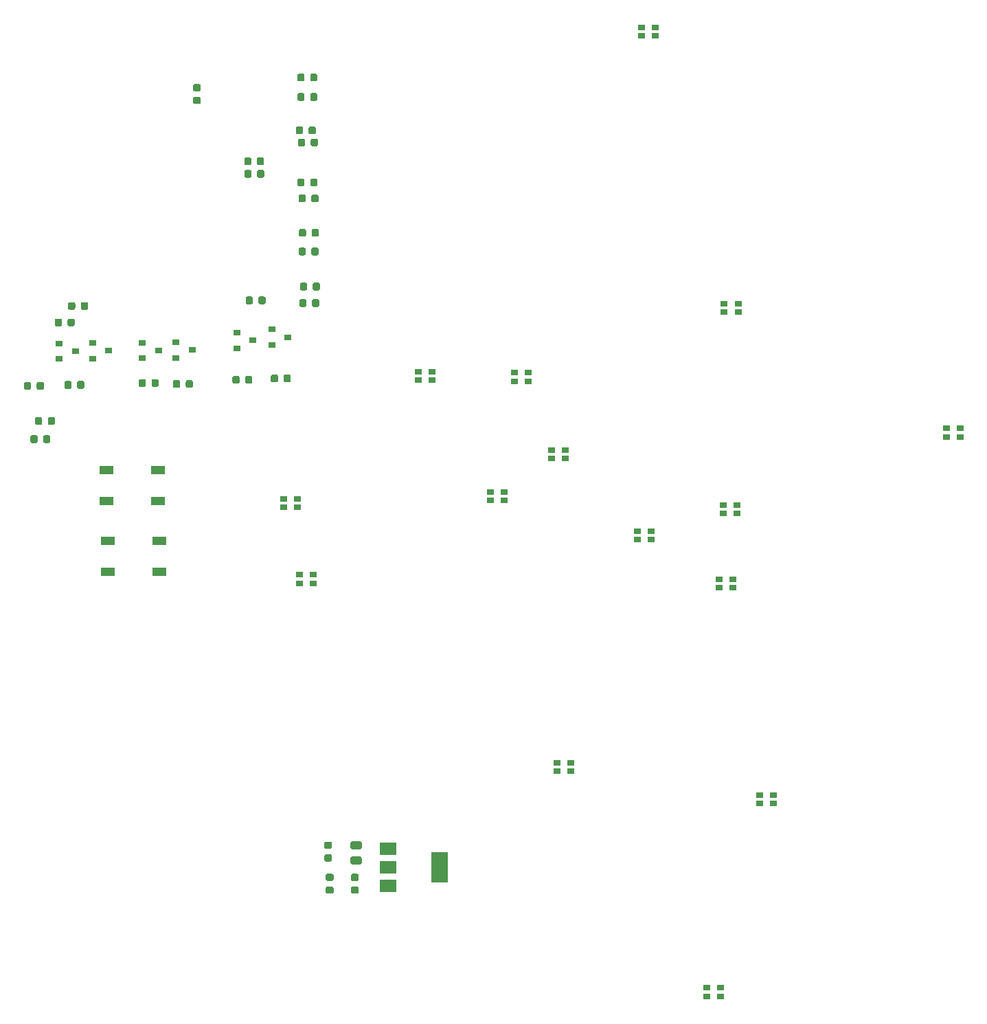
<source format=gtp>
G04 #@! TF.GenerationSoftware,KiCad,Pcbnew,(5.1.5-0-10_14)*
G04 #@! TF.CreationDate,2019-12-22T16:06:01+01:00*
G04 #@! TF.ProjectId,hackerspacesnl,6861636b-6572-4737-9061-6365736e6c2e,rev?*
G04 #@! TF.SameCoordinates,Original*
G04 #@! TF.FileFunction,Paste,Top*
G04 #@! TF.FilePolarity,Positive*
%FSLAX46Y46*%
G04 Gerber Fmt 4.6, Leading zero omitted, Abs format (unit mm)*
G04 Created by KiCad (PCBNEW (5.1.5-0-10_14)) date 2019-12-22 16:06:01*
%MOMM*%
%LPD*%
G04 APERTURE LIST*
%ADD10R,0.900000X0.800000*%
%ADD11C,0.100000*%
%ADD12R,2.000000X1.500000*%
%ADD13R,2.000000X3.800000*%
%ADD14R,1.700000X1.000000*%
G04 APERTURE END LIST*
D10*
X123482100Y-114295900D03*
X121782100Y-113245900D03*
X123482100Y-113245900D03*
X121782100Y-114295900D03*
X112864900Y-117483600D03*
X111164900Y-116433600D03*
X112864900Y-116433600D03*
X111164900Y-117483600D03*
X151003000Y-104847100D03*
X149303000Y-103797100D03*
X151003000Y-103797100D03*
X149303000Y-104847100D03*
D11*
G36*
X64984791Y-70404753D02*
G01*
X65006026Y-70407903D01*
X65026850Y-70413119D01*
X65047062Y-70420351D01*
X65066468Y-70429530D01*
X65084881Y-70440566D01*
X65102124Y-70453354D01*
X65118030Y-70467770D01*
X65132446Y-70483676D01*
X65145234Y-70500919D01*
X65156270Y-70519332D01*
X65165449Y-70538738D01*
X65172681Y-70558950D01*
X65177897Y-70579774D01*
X65181047Y-70601009D01*
X65182100Y-70622450D01*
X65182100Y-71134950D01*
X65181047Y-71156391D01*
X65177897Y-71177626D01*
X65172681Y-71198450D01*
X65165449Y-71218662D01*
X65156270Y-71238068D01*
X65145234Y-71256481D01*
X65132446Y-71273724D01*
X65118030Y-71289630D01*
X65102124Y-71304046D01*
X65084881Y-71316834D01*
X65066468Y-71327870D01*
X65047062Y-71337049D01*
X65026850Y-71344281D01*
X65006026Y-71349497D01*
X64984791Y-71352647D01*
X64963350Y-71353700D01*
X64525850Y-71353700D01*
X64504409Y-71352647D01*
X64483174Y-71349497D01*
X64462350Y-71344281D01*
X64442138Y-71337049D01*
X64422732Y-71327870D01*
X64404319Y-71316834D01*
X64387076Y-71304046D01*
X64371170Y-71289630D01*
X64356754Y-71273724D01*
X64343966Y-71256481D01*
X64332930Y-71238068D01*
X64323751Y-71218662D01*
X64316519Y-71198450D01*
X64311303Y-71177626D01*
X64308153Y-71156391D01*
X64307100Y-71134950D01*
X64307100Y-70622450D01*
X64308153Y-70601009D01*
X64311303Y-70579774D01*
X64316519Y-70558950D01*
X64323751Y-70538738D01*
X64332930Y-70519332D01*
X64343966Y-70500919D01*
X64356754Y-70483676D01*
X64371170Y-70467770D01*
X64387076Y-70453354D01*
X64404319Y-70440566D01*
X64422732Y-70429530D01*
X64442138Y-70420351D01*
X64462350Y-70413119D01*
X64483174Y-70407903D01*
X64504409Y-70404753D01*
X64525850Y-70403700D01*
X64963350Y-70403700D01*
X64984791Y-70404753D01*
G37*
G36*
X63409791Y-70404753D02*
G01*
X63431026Y-70407903D01*
X63451850Y-70413119D01*
X63472062Y-70420351D01*
X63491468Y-70429530D01*
X63509881Y-70440566D01*
X63527124Y-70453354D01*
X63543030Y-70467770D01*
X63557446Y-70483676D01*
X63570234Y-70500919D01*
X63581270Y-70519332D01*
X63590449Y-70538738D01*
X63597681Y-70558950D01*
X63602897Y-70579774D01*
X63606047Y-70601009D01*
X63607100Y-70622450D01*
X63607100Y-71134950D01*
X63606047Y-71156391D01*
X63602897Y-71177626D01*
X63597681Y-71198450D01*
X63590449Y-71218662D01*
X63581270Y-71238068D01*
X63570234Y-71256481D01*
X63557446Y-71273724D01*
X63543030Y-71289630D01*
X63527124Y-71304046D01*
X63509881Y-71316834D01*
X63491468Y-71327870D01*
X63472062Y-71337049D01*
X63451850Y-71344281D01*
X63431026Y-71349497D01*
X63409791Y-71352647D01*
X63388350Y-71353700D01*
X62950850Y-71353700D01*
X62929409Y-71352647D01*
X62908174Y-71349497D01*
X62887350Y-71344281D01*
X62867138Y-71337049D01*
X62847732Y-71327870D01*
X62829319Y-71316834D01*
X62812076Y-71304046D01*
X62796170Y-71289630D01*
X62781754Y-71273724D01*
X62768966Y-71256481D01*
X62757930Y-71238068D01*
X62748751Y-71218662D01*
X62741519Y-71198450D01*
X62736303Y-71177626D01*
X62733153Y-71156391D01*
X62732100Y-71134950D01*
X62732100Y-70622450D01*
X62733153Y-70601009D01*
X62736303Y-70579774D01*
X62741519Y-70558950D01*
X62748751Y-70538738D01*
X62757930Y-70519332D01*
X62768966Y-70500919D01*
X62781754Y-70483676D01*
X62796170Y-70467770D01*
X62812076Y-70453354D01*
X62829319Y-70440566D01*
X62847732Y-70429530D01*
X62867138Y-70420351D01*
X62887350Y-70413119D01*
X62908174Y-70407903D01*
X62929409Y-70404753D01*
X62950850Y-70403700D01*
X63388350Y-70403700D01*
X63409791Y-70404753D01*
G37*
G36*
X65010191Y-71954153D02*
G01*
X65031426Y-71957303D01*
X65052250Y-71962519D01*
X65072462Y-71969751D01*
X65091868Y-71978930D01*
X65110281Y-71989966D01*
X65127524Y-72002754D01*
X65143430Y-72017170D01*
X65157846Y-72033076D01*
X65170634Y-72050319D01*
X65181670Y-72068732D01*
X65190849Y-72088138D01*
X65198081Y-72108350D01*
X65203297Y-72129174D01*
X65206447Y-72150409D01*
X65207500Y-72171850D01*
X65207500Y-72684350D01*
X65206447Y-72705791D01*
X65203297Y-72727026D01*
X65198081Y-72747850D01*
X65190849Y-72768062D01*
X65181670Y-72787468D01*
X65170634Y-72805881D01*
X65157846Y-72823124D01*
X65143430Y-72839030D01*
X65127524Y-72853446D01*
X65110281Y-72866234D01*
X65091868Y-72877270D01*
X65072462Y-72886449D01*
X65052250Y-72893681D01*
X65031426Y-72898897D01*
X65010191Y-72902047D01*
X64988750Y-72903100D01*
X64551250Y-72903100D01*
X64529809Y-72902047D01*
X64508574Y-72898897D01*
X64487750Y-72893681D01*
X64467538Y-72886449D01*
X64448132Y-72877270D01*
X64429719Y-72866234D01*
X64412476Y-72853446D01*
X64396570Y-72839030D01*
X64382154Y-72823124D01*
X64369366Y-72805881D01*
X64358330Y-72787468D01*
X64349151Y-72768062D01*
X64341919Y-72747850D01*
X64336703Y-72727026D01*
X64333553Y-72705791D01*
X64332500Y-72684350D01*
X64332500Y-72171850D01*
X64333553Y-72150409D01*
X64336703Y-72129174D01*
X64341919Y-72108350D01*
X64349151Y-72088138D01*
X64358330Y-72068732D01*
X64369366Y-72050319D01*
X64382154Y-72033076D01*
X64396570Y-72017170D01*
X64412476Y-72002754D01*
X64429719Y-71989966D01*
X64448132Y-71978930D01*
X64467538Y-71969751D01*
X64487750Y-71962519D01*
X64508574Y-71957303D01*
X64529809Y-71954153D01*
X64551250Y-71953100D01*
X64988750Y-71953100D01*
X65010191Y-71954153D01*
G37*
G36*
X63435191Y-71954153D02*
G01*
X63456426Y-71957303D01*
X63477250Y-71962519D01*
X63497462Y-71969751D01*
X63516868Y-71978930D01*
X63535281Y-71989966D01*
X63552524Y-72002754D01*
X63568430Y-72017170D01*
X63582846Y-72033076D01*
X63595634Y-72050319D01*
X63606670Y-72068732D01*
X63615849Y-72088138D01*
X63623081Y-72108350D01*
X63628297Y-72129174D01*
X63631447Y-72150409D01*
X63632500Y-72171850D01*
X63632500Y-72684350D01*
X63631447Y-72705791D01*
X63628297Y-72727026D01*
X63623081Y-72747850D01*
X63615849Y-72768062D01*
X63606670Y-72787468D01*
X63595634Y-72805881D01*
X63582846Y-72823124D01*
X63568430Y-72839030D01*
X63552524Y-72853446D01*
X63535281Y-72866234D01*
X63516868Y-72877270D01*
X63497462Y-72886449D01*
X63477250Y-72893681D01*
X63456426Y-72898897D01*
X63435191Y-72902047D01*
X63413750Y-72903100D01*
X62976250Y-72903100D01*
X62954809Y-72902047D01*
X62933574Y-72898897D01*
X62912750Y-72893681D01*
X62892538Y-72886449D01*
X62873132Y-72877270D01*
X62854719Y-72866234D01*
X62837476Y-72853446D01*
X62821570Y-72839030D01*
X62807154Y-72823124D01*
X62794366Y-72805881D01*
X62783330Y-72787468D01*
X62774151Y-72768062D01*
X62766919Y-72747850D01*
X62761703Y-72727026D01*
X62758553Y-72705791D01*
X62757500Y-72684350D01*
X62757500Y-72171850D01*
X62758553Y-72150409D01*
X62761703Y-72129174D01*
X62766919Y-72108350D01*
X62774151Y-72088138D01*
X62783330Y-72068732D01*
X62794366Y-72050319D01*
X62807154Y-72033076D01*
X62821570Y-72017170D01*
X62837476Y-72002754D01*
X62854719Y-71989966D01*
X62873132Y-71978930D01*
X62892538Y-71969751D01*
X62912750Y-71962519D01*
X62933574Y-71957303D01*
X62954809Y-71954153D01*
X62976250Y-71953100D01*
X63413750Y-71953100D01*
X63435191Y-71954153D01*
G37*
G36*
X65162591Y-87537053D02*
G01*
X65183826Y-87540203D01*
X65204650Y-87545419D01*
X65224862Y-87552651D01*
X65244268Y-87561830D01*
X65262681Y-87572866D01*
X65279924Y-87585654D01*
X65295830Y-87600070D01*
X65310246Y-87615976D01*
X65323034Y-87633219D01*
X65334070Y-87651632D01*
X65343249Y-87671038D01*
X65350481Y-87691250D01*
X65355697Y-87712074D01*
X65358847Y-87733309D01*
X65359900Y-87754750D01*
X65359900Y-88267250D01*
X65358847Y-88288691D01*
X65355697Y-88309926D01*
X65350481Y-88330750D01*
X65343249Y-88350962D01*
X65334070Y-88370368D01*
X65323034Y-88388781D01*
X65310246Y-88406024D01*
X65295830Y-88421930D01*
X65279924Y-88436346D01*
X65262681Y-88449134D01*
X65244268Y-88460170D01*
X65224862Y-88469349D01*
X65204650Y-88476581D01*
X65183826Y-88481797D01*
X65162591Y-88484947D01*
X65141150Y-88486000D01*
X64703650Y-88486000D01*
X64682209Y-88484947D01*
X64660974Y-88481797D01*
X64640150Y-88476581D01*
X64619938Y-88469349D01*
X64600532Y-88460170D01*
X64582119Y-88449134D01*
X64564876Y-88436346D01*
X64548970Y-88421930D01*
X64534554Y-88406024D01*
X64521766Y-88388781D01*
X64510730Y-88370368D01*
X64501551Y-88350962D01*
X64494319Y-88330750D01*
X64489103Y-88309926D01*
X64485953Y-88288691D01*
X64484900Y-88267250D01*
X64484900Y-87754750D01*
X64485953Y-87733309D01*
X64489103Y-87712074D01*
X64494319Y-87691250D01*
X64501551Y-87671038D01*
X64510730Y-87651632D01*
X64521766Y-87633219D01*
X64534554Y-87615976D01*
X64548970Y-87600070D01*
X64564876Y-87585654D01*
X64582119Y-87572866D01*
X64600532Y-87561830D01*
X64619938Y-87552651D01*
X64640150Y-87545419D01*
X64660974Y-87540203D01*
X64682209Y-87537053D01*
X64703650Y-87536000D01*
X65141150Y-87536000D01*
X65162591Y-87537053D01*
G37*
G36*
X63587591Y-87537053D02*
G01*
X63608826Y-87540203D01*
X63629650Y-87545419D01*
X63649862Y-87552651D01*
X63669268Y-87561830D01*
X63687681Y-87572866D01*
X63704924Y-87585654D01*
X63720830Y-87600070D01*
X63735246Y-87615976D01*
X63748034Y-87633219D01*
X63759070Y-87651632D01*
X63768249Y-87671038D01*
X63775481Y-87691250D01*
X63780697Y-87712074D01*
X63783847Y-87733309D01*
X63784900Y-87754750D01*
X63784900Y-88267250D01*
X63783847Y-88288691D01*
X63780697Y-88309926D01*
X63775481Y-88330750D01*
X63768249Y-88350962D01*
X63759070Y-88370368D01*
X63748034Y-88388781D01*
X63735246Y-88406024D01*
X63720830Y-88421930D01*
X63704924Y-88436346D01*
X63687681Y-88449134D01*
X63669268Y-88460170D01*
X63649862Y-88469349D01*
X63629650Y-88476581D01*
X63608826Y-88481797D01*
X63587591Y-88484947D01*
X63566150Y-88486000D01*
X63128650Y-88486000D01*
X63107209Y-88484947D01*
X63085974Y-88481797D01*
X63065150Y-88476581D01*
X63044938Y-88469349D01*
X63025532Y-88460170D01*
X63007119Y-88449134D01*
X62989876Y-88436346D01*
X62973970Y-88421930D01*
X62959554Y-88406024D01*
X62946766Y-88388781D01*
X62935730Y-88370368D01*
X62926551Y-88350962D01*
X62919319Y-88330750D01*
X62914103Y-88309926D01*
X62910953Y-88288691D01*
X62909900Y-88267250D01*
X62909900Y-87754750D01*
X62910953Y-87733309D01*
X62914103Y-87712074D01*
X62919319Y-87691250D01*
X62926551Y-87671038D01*
X62935730Y-87651632D01*
X62946766Y-87633219D01*
X62959554Y-87615976D01*
X62973970Y-87600070D01*
X62989876Y-87585654D01*
X63007119Y-87572866D01*
X63025532Y-87561830D01*
X63044938Y-87552651D01*
X63065150Y-87545419D01*
X63085974Y-87540203D01*
X63107209Y-87537053D01*
X63128650Y-87536000D01*
X63566150Y-87536000D01*
X63587591Y-87537053D01*
G37*
D10*
X121462800Y-173757300D03*
X119762800Y-172707300D03*
X121462800Y-172707300D03*
X119762800Y-173757300D03*
X127965200Y-149982900D03*
X126265200Y-148932900D03*
X127965200Y-148932900D03*
X126265200Y-149982900D03*
X122974100Y-123401800D03*
X121274100Y-122351800D03*
X122974100Y-122351800D03*
X121274100Y-123401800D03*
X97751900Y-97989100D03*
X96051900Y-96939100D03*
X97751900Y-96939100D03*
X96051900Y-97989100D03*
X102997000Y-146020500D03*
X101297000Y-144970500D03*
X102997000Y-144970500D03*
X101297000Y-146020500D03*
X102298500Y-107501400D03*
X100598500Y-106451400D03*
X102298500Y-106451400D03*
X100598500Y-107501400D03*
X123609100Y-89467400D03*
X121909100Y-88417400D03*
X123609100Y-88417400D03*
X121909100Y-89467400D03*
X71208000Y-122864100D03*
X69508000Y-121814100D03*
X71208000Y-121814100D03*
X69508000Y-122864100D03*
X69327500Y-113495800D03*
X67627500Y-112445800D03*
X69327500Y-112445800D03*
X67627500Y-113495800D03*
X94805500Y-112644900D03*
X93105500Y-111594900D03*
X94805500Y-111594900D03*
X93105500Y-112644900D03*
X85877400Y-97824000D03*
X84177400Y-96774000D03*
X85877400Y-96774000D03*
X84177400Y-97824000D03*
X113409200Y-55418700D03*
X111709200Y-54368700D03*
X113409200Y-54368700D03*
X111709200Y-55418700D03*
D12*
X80479500Y-155561000D03*
X80479500Y-160161000D03*
X80479500Y-157861000D03*
D13*
X86779500Y-157861000D03*
D14*
X52235500Y-121445100D03*
X45935500Y-121445100D03*
X52235500Y-117645100D03*
X45935500Y-117645100D03*
X52070400Y-112707500D03*
X45770400Y-112707500D03*
X52070400Y-108907500D03*
X45770400Y-108907500D03*
D11*
G36*
X57186391Y-62949353D02*
G01*
X57207626Y-62952503D01*
X57228450Y-62957719D01*
X57248662Y-62964951D01*
X57268068Y-62974130D01*
X57286481Y-62985166D01*
X57303724Y-62997954D01*
X57319630Y-63012370D01*
X57334046Y-63028276D01*
X57346834Y-63045519D01*
X57357870Y-63063932D01*
X57367049Y-63083338D01*
X57374281Y-63103550D01*
X57379497Y-63124374D01*
X57382647Y-63145609D01*
X57383700Y-63167050D01*
X57383700Y-63604550D01*
X57382647Y-63625991D01*
X57379497Y-63647226D01*
X57374281Y-63668050D01*
X57367049Y-63688262D01*
X57357870Y-63707668D01*
X57346834Y-63726081D01*
X57334046Y-63743324D01*
X57319630Y-63759230D01*
X57303724Y-63773646D01*
X57286481Y-63786434D01*
X57268068Y-63797470D01*
X57248662Y-63806649D01*
X57228450Y-63813881D01*
X57207626Y-63819097D01*
X57186391Y-63822247D01*
X57164950Y-63823300D01*
X56652450Y-63823300D01*
X56631009Y-63822247D01*
X56609774Y-63819097D01*
X56588950Y-63813881D01*
X56568738Y-63806649D01*
X56549332Y-63797470D01*
X56530919Y-63786434D01*
X56513676Y-63773646D01*
X56497770Y-63759230D01*
X56483354Y-63743324D01*
X56470566Y-63726081D01*
X56459530Y-63707668D01*
X56450351Y-63688262D01*
X56443119Y-63668050D01*
X56437903Y-63647226D01*
X56434753Y-63625991D01*
X56433700Y-63604550D01*
X56433700Y-63167050D01*
X56434753Y-63145609D01*
X56437903Y-63124374D01*
X56443119Y-63103550D01*
X56450351Y-63083338D01*
X56459530Y-63063932D01*
X56470566Y-63045519D01*
X56483354Y-63028276D01*
X56497770Y-63012370D01*
X56513676Y-62997954D01*
X56530919Y-62985166D01*
X56549332Y-62974130D01*
X56568738Y-62964951D01*
X56588950Y-62957719D01*
X56609774Y-62952503D01*
X56631009Y-62949353D01*
X56652450Y-62948300D01*
X57164950Y-62948300D01*
X57186391Y-62949353D01*
G37*
G36*
X57186391Y-61374353D02*
G01*
X57207626Y-61377503D01*
X57228450Y-61382719D01*
X57248662Y-61389951D01*
X57268068Y-61399130D01*
X57286481Y-61410166D01*
X57303724Y-61422954D01*
X57319630Y-61437370D01*
X57334046Y-61453276D01*
X57346834Y-61470519D01*
X57357870Y-61488932D01*
X57367049Y-61508338D01*
X57374281Y-61528550D01*
X57379497Y-61549374D01*
X57382647Y-61570609D01*
X57383700Y-61592050D01*
X57383700Y-62029550D01*
X57382647Y-62050991D01*
X57379497Y-62072226D01*
X57374281Y-62093050D01*
X57367049Y-62113262D01*
X57357870Y-62132668D01*
X57346834Y-62151081D01*
X57334046Y-62168324D01*
X57319630Y-62184230D01*
X57303724Y-62198646D01*
X57286481Y-62211434D01*
X57268068Y-62222470D01*
X57248662Y-62231649D01*
X57228450Y-62238881D01*
X57207626Y-62244097D01*
X57186391Y-62247247D01*
X57164950Y-62248300D01*
X56652450Y-62248300D01*
X56631009Y-62247247D01*
X56609774Y-62244097D01*
X56588950Y-62238881D01*
X56568738Y-62231649D01*
X56549332Y-62222470D01*
X56530919Y-62211434D01*
X56513676Y-62198646D01*
X56497770Y-62184230D01*
X56483354Y-62168324D01*
X56470566Y-62151081D01*
X56459530Y-62132668D01*
X56450351Y-62113262D01*
X56443119Y-62093050D01*
X56437903Y-62072226D01*
X56434753Y-62050991D01*
X56433700Y-62029550D01*
X56433700Y-61592050D01*
X56434753Y-61570609D01*
X56437903Y-61549374D01*
X56443119Y-61528550D01*
X56450351Y-61508338D01*
X56459530Y-61488932D01*
X56470566Y-61470519D01*
X56483354Y-61453276D01*
X56497770Y-61437370D01*
X56513676Y-61422954D01*
X56530919Y-61410166D01*
X56549332Y-61399130D01*
X56568738Y-61389951D01*
X56588950Y-61382719D01*
X56609774Y-61377503D01*
X56631009Y-61374353D01*
X56652450Y-61373300D01*
X57164950Y-61373300D01*
X57186391Y-61374353D01*
G37*
G36*
X43280491Y-88222853D02*
G01*
X43301726Y-88226003D01*
X43322550Y-88231219D01*
X43342762Y-88238451D01*
X43362168Y-88247630D01*
X43380581Y-88258666D01*
X43397824Y-88271454D01*
X43413730Y-88285870D01*
X43428146Y-88301776D01*
X43440934Y-88319019D01*
X43451970Y-88337432D01*
X43461149Y-88356838D01*
X43468381Y-88377050D01*
X43473597Y-88397874D01*
X43476747Y-88419109D01*
X43477800Y-88440550D01*
X43477800Y-88953050D01*
X43476747Y-88974491D01*
X43473597Y-88995726D01*
X43468381Y-89016550D01*
X43461149Y-89036762D01*
X43451970Y-89056168D01*
X43440934Y-89074581D01*
X43428146Y-89091824D01*
X43413730Y-89107730D01*
X43397824Y-89122146D01*
X43380581Y-89134934D01*
X43362168Y-89145970D01*
X43342762Y-89155149D01*
X43322550Y-89162381D01*
X43301726Y-89167597D01*
X43280491Y-89170747D01*
X43259050Y-89171800D01*
X42821550Y-89171800D01*
X42800109Y-89170747D01*
X42778874Y-89167597D01*
X42758050Y-89162381D01*
X42737838Y-89155149D01*
X42718432Y-89145970D01*
X42700019Y-89134934D01*
X42682776Y-89122146D01*
X42666870Y-89107730D01*
X42652454Y-89091824D01*
X42639666Y-89074581D01*
X42628630Y-89056168D01*
X42619451Y-89036762D01*
X42612219Y-89016550D01*
X42607003Y-88995726D01*
X42603853Y-88974491D01*
X42602800Y-88953050D01*
X42602800Y-88440550D01*
X42603853Y-88419109D01*
X42607003Y-88397874D01*
X42612219Y-88377050D01*
X42619451Y-88356838D01*
X42628630Y-88337432D01*
X42639666Y-88319019D01*
X42652454Y-88301776D01*
X42666870Y-88285870D01*
X42682776Y-88271454D01*
X42700019Y-88258666D01*
X42718432Y-88247630D01*
X42737838Y-88238451D01*
X42758050Y-88231219D01*
X42778874Y-88226003D01*
X42800109Y-88222853D01*
X42821550Y-88221800D01*
X43259050Y-88221800D01*
X43280491Y-88222853D01*
G37*
G36*
X41705491Y-88222853D02*
G01*
X41726726Y-88226003D01*
X41747550Y-88231219D01*
X41767762Y-88238451D01*
X41787168Y-88247630D01*
X41805581Y-88258666D01*
X41822824Y-88271454D01*
X41838730Y-88285870D01*
X41853146Y-88301776D01*
X41865934Y-88319019D01*
X41876970Y-88337432D01*
X41886149Y-88356838D01*
X41893381Y-88377050D01*
X41898597Y-88397874D01*
X41901747Y-88419109D01*
X41902800Y-88440550D01*
X41902800Y-88953050D01*
X41901747Y-88974491D01*
X41898597Y-88995726D01*
X41893381Y-89016550D01*
X41886149Y-89036762D01*
X41876970Y-89056168D01*
X41865934Y-89074581D01*
X41853146Y-89091824D01*
X41838730Y-89107730D01*
X41822824Y-89122146D01*
X41805581Y-89134934D01*
X41787168Y-89145970D01*
X41767762Y-89155149D01*
X41747550Y-89162381D01*
X41726726Y-89167597D01*
X41705491Y-89170747D01*
X41684050Y-89171800D01*
X41246550Y-89171800D01*
X41225109Y-89170747D01*
X41203874Y-89167597D01*
X41183050Y-89162381D01*
X41162838Y-89155149D01*
X41143432Y-89145970D01*
X41125019Y-89134934D01*
X41107776Y-89122146D01*
X41091870Y-89107730D01*
X41077454Y-89091824D01*
X41064666Y-89074581D01*
X41053630Y-89056168D01*
X41044451Y-89036762D01*
X41037219Y-89016550D01*
X41032003Y-88995726D01*
X41028853Y-88974491D01*
X41027800Y-88953050D01*
X41027800Y-88440550D01*
X41028853Y-88419109D01*
X41032003Y-88397874D01*
X41037219Y-88377050D01*
X41044451Y-88356838D01*
X41053630Y-88337432D01*
X41064666Y-88319019D01*
X41077454Y-88301776D01*
X41091870Y-88285870D01*
X41107776Y-88271454D01*
X41125019Y-88258666D01*
X41143432Y-88247630D01*
X41162838Y-88238451D01*
X41183050Y-88231219D01*
X41203874Y-88226003D01*
X41225109Y-88222853D01*
X41246550Y-88221800D01*
X41684050Y-88221800D01*
X41705491Y-88222853D01*
G37*
G36*
X68274091Y-97150953D02*
G01*
X68295326Y-97154103D01*
X68316150Y-97159319D01*
X68336362Y-97166551D01*
X68355768Y-97175730D01*
X68374181Y-97186766D01*
X68391424Y-97199554D01*
X68407330Y-97213970D01*
X68421746Y-97229876D01*
X68434534Y-97247119D01*
X68445570Y-97265532D01*
X68454749Y-97284938D01*
X68461981Y-97305150D01*
X68467197Y-97325974D01*
X68470347Y-97347209D01*
X68471400Y-97368650D01*
X68471400Y-97881150D01*
X68470347Y-97902591D01*
X68467197Y-97923826D01*
X68461981Y-97944650D01*
X68454749Y-97964862D01*
X68445570Y-97984268D01*
X68434534Y-98002681D01*
X68421746Y-98019924D01*
X68407330Y-98035830D01*
X68391424Y-98050246D01*
X68374181Y-98063034D01*
X68355768Y-98074070D01*
X68336362Y-98083249D01*
X68316150Y-98090481D01*
X68295326Y-98095697D01*
X68274091Y-98098847D01*
X68252650Y-98099900D01*
X67815150Y-98099900D01*
X67793709Y-98098847D01*
X67772474Y-98095697D01*
X67751650Y-98090481D01*
X67731438Y-98083249D01*
X67712032Y-98074070D01*
X67693619Y-98063034D01*
X67676376Y-98050246D01*
X67660470Y-98035830D01*
X67646054Y-98019924D01*
X67633266Y-98002681D01*
X67622230Y-97984268D01*
X67613051Y-97964862D01*
X67605819Y-97944650D01*
X67600603Y-97923826D01*
X67597453Y-97902591D01*
X67596400Y-97881150D01*
X67596400Y-97368650D01*
X67597453Y-97347209D01*
X67600603Y-97325974D01*
X67605819Y-97305150D01*
X67613051Y-97284938D01*
X67622230Y-97265532D01*
X67633266Y-97247119D01*
X67646054Y-97229876D01*
X67660470Y-97213970D01*
X67676376Y-97199554D01*
X67693619Y-97186766D01*
X67712032Y-97175730D01*
X67731438Y-97166551D01*
X67751650Y-97159319D01*
X67772474Y-97154103D01*
X67793709Y-97150953D01*
X67815150Y-97149900D01*
X68252650Y-97149900D01*
X68274091Y-97150953D01*
G37*
G36*
X66699091Y-97150953D02*
G01*
X66720326Y-97154103D01*
X66741150Y-97159319D01*
X66761362Y-97166551D01*
X66780768Y-97175730D01*
X66799181Y-97186766D01*
X66816424Y-97199554D01*
X66832330Y-97213970D01*
X66846746Y-97229876D01*
X66859534Y-97247119D01*
X66870570Y-97265532D01*
X66879749Y-97284938D01*
X66886981Y-97305150D01*
X66892197Y-97325974D01*
X66895347Y-97347209D01*
X66896400Y-97368650D01*
X66896400Y-97881150D01*
X66895347Y-97902591D01*
X66892197Y-97923826D01*
X66886981Y-97944650D01*
X66879749Y-97964862D01*
X66870570Y-97984268D01*
X66859534Y-98002681D01*
X66846746Y-98019924D01*
X66832330Y-98035830D01*
X66816424Y-98050246D01*
X66799181Y-98063034D01*
X66780768Y-98074070D01*
X66761362Y-98083249D01*
X66741150Y-98090481D01*
X66720326Y-98095697D01*
X66699091Y-98098847D01*
X66677650Y-98099900D01*
X66240150Y-98099900D01*
X66218709Y-98098847D01*
X66197474Y-98095697D01*
X66176650Y-98090481D01*
X66156438Y-98083249D01*
X66137032Y-98074070D01*
X66118619Y-98063034D01*
X66101376Y-98050246D01*
X66085470Y-98035830D01*
X66071054Y-98019924D01*
X66058266Y-98002681D01*
X66047230Y-97984268D01*
X66038051Y-97964862D01*
X66030819Y-97944650D01*
X66025603Y-97923826D01*
X66022453Y-97902591D01*
X66021400Y-97881150D01*
X66021400Y-97368650D01*
X66022453Y-97347209D01*
X66025603Y-97325974D01*
X66030819Y-97305150D01*
X66038051Y-97284938D01*
X66047230Y-97265532D01*
X66058266Y-97247119D01*
X66071054Y-97229876D01*
X66085470Y-97213970D01*
X66101376Y-97199554D01*
X66118619Y-97186766D01*
X66137032Y-97175730D01*
X66156438Y-97166551D01*
X66176650Y-97159319D01*
X66197474Y-97154103D01*
X66218709Y-97150953D01*
X66240150Y-97149900D01*
X66677650Y-97149900D01*
X66699091Y-97150953D01*
G37*
G36*
X63536991Y-97316053D02*
G01*
X63558226Y-97319203D01*
X63579050Y-97324419D01*
X63599262Y-97331651D01*
X63618668Y-97340830D01*
X63637081Y-97351866D01*
X63654324Y-97364654D01*
X63670230Y-97379070D01*
X63684646Y-97394976D01*
X63697434Y-97412219D01*
X63708470Y-97430632D01*
X63717649Y-97450038D01*
X63724881Y-97470250D01*
X63730097Y-97491074D01*
X63733247Y-97512309D01*
X63734300Y-97533750D01*
X63734300Y-98046250D01*
X63733247Y-98067691D01*
X63730097Y-98088926D01*
X63724881Y-98109750D01*
X63717649Y-98129962D01*
X63708470Y-98149368D01*
X63697434Y-98167781D01*
X63684646Y-98185024D01*
X63670230Y-98200930D01*
X63654324Y-98215346D01*
X63637081Y-98228134D01*
X63618668Y-98239170D01*
X63599262Y-98248349D01*
X63579050Y-98255581D01*
X63558226Y-98260797D01*
X63536991Y-98263947D01*
X63515550Y-98265000D01*
X63078050Y-98265000D01*
X63056609Y-98263947D01*
X63035374Y-98260797D01*
X63014550Y-98255581D01*
X62994338Y-98248349D01*
X62974932Y-98239170D01*
X62956519Y-98228134D01*
X62939276Y-98215346D01*
X62923370Y-98200930D01*
X62908954Y-98185024D01*
X62896166Y-98167781D01*
X62885130Y-98149368D01*
X62875951Y-98129962D01*
X62868719Y-98109750D01*
X62863503Y-98088926D01*
X62860353Y-98067691D01*
X62859300Y-98046250D01*
X62859300Y-97533750D01*
X62860353Y-97512309D01*
X62863503Y-97491074D01*
X62868719Y-97470250D01*
X62875951Y-97450038D01*
X62885130Y-97430632D01*
X62896166Y-97412219D01*
X62908954Y-97394976D01*
X62923370Y-97379070D01*
X62939276Y-97364654D01*
X62956519Y-97351866D01*
X62974932Y-97340830D01*
X62994338Y-97331651D01*
X63014550Y-97324419D01*
X63035374Y-97319203D01*
X63056609Y-97316053D01*
X63078050Y-97315000D01*
X63515550Y-97315000D01*
X63536991Y-97316053D01*
G37*
G36*
X61961991Y-97316053D02*
G01*
X61983226Y-97319203D01*
X62004050Y-97324419D01*
X62024262Y-97331651D01*
X62043668Y-97340830D01*
X62062081Y-97351866D01*
X62079324Y-97364654D01*
X62095230Y-97379070D01*
X62109646Y-97394976D01*
X62122434Y-97412219D01*
X62133470Y-97430632D01*
X62142649Y-97450038D01*
X62149881Y-97470250D01*
X62155097Y-97491074D01*
X62158247Y-97512309D01*
X62159300Y-97533750D01*
X62159300Y-98046250D01*
X62158247Y-98067691D01*
X62155097Y-98088926D01*
X62149881Y-98109750D01*
X62142649Y-98129962D01*
X62133470Y-98149368D01*
X62122434Y-98167781D01*
X62109646Y-98185024D01*
X62095230Y-98200930D01*
X62079324Y-98215346D01*
X62062081Y-98228134D01*
X62043668Y-98239170D01*
X62024262Y-98248349D01*
X62004050Y-98255581D01*
X61983226Y-98260797D01*
X61961991Y-98263947D01*
X61940550Y-98265000D01*
X61503050Y-98265000D01*
X61481609Y-98263947D01*
X61460374Y-98260797D01*
X61439550Y-98255581D01*
X61419338Y-98248349D01*
X61399932Y-98239170D01*
X61381519Y-98228134D01*
X61364276Y-98215346D01*
X61348370Y-98200930D01*
X61333954Y-98185024D01*
X61321166Y-98167781D01*
X61310130Y-98149368D01*
X61300951Y-98129962D01*
X61293719Y-98109750D01*
X61288503Y-98088926D01*
X61285353Y-98067691D01*
X61284300Y-98046250D01*
X61284300Y-97533750D01*
X61285353Y-97512309D01*
X61288503Y-97491074D01*
X61293719Y-97470250D01*
X61300951Y-97450038D01*
X61310130Y-97430632D01*
X61321166Y-97412219D01*
X61333954Y-97394976D01*
X61348370Y-97379070D01*
X61364276Y-97364654D01*
X61381519Y-97351866D01*
X61399932Y-97340830D01*
X61419338Y-97331651D01*
X61439550Y-97324419D01*
X61460374Y-97319203D01*
X61481609Y-97316053D01*
X61503050Y-97315000D01*
X61940550Y-97315000D01*
X61961991Y-97316053D01*
G37*
G36*
X56209091Y-97849453D02*
G01*
X56230326Y-97852603D01*
X56251150Y-97857819D01*
X56271362Y-97865051D01*
X56290768Y-97874230D01*
X56309181Y-97885266D01*
X56326424Y-97898054D01*
X56342330Y-97912470D01*
X56356746Y-97928376D01*
X56369534Y-97945619D01*
X56380570Y-97964032D01*
X56389749Y-97983438D01*
X56396981Y-98003650D01*
X56402197Y-98024474D01*
X56405347Y-98045709D01*
X56406400Y-98067150D01*
X56406400Y-98579650D01*
X56405347Y-98601091D01*
X56402197Y-98622326D01*
X56396981Y-98643150D01*
X56389749Y-98663362D01*
X56380570Y-98682768D01*
X56369534Y-98701181D01*
X56356746Y-98718424D01*
X56342330Y-98734330D01*
X56326424Y-98748746D01*
X56309181Y-98761534D01*
X56290768Y-98772570D01*
X56271362Y-98781749D01*
X56251150Y-98788981D01*
X56230326Y-98794197D01*
X56209091Y-98797347D01*
X56187650Y-98798400D01*
X55750150Y-98798400D01*
X55728709Y-98797347D01*
X55707474Y-98794197D01*
X55686650Y-98788981D01*
X55666438Y-98781749D01*
X55647032Y-98772570D01*
X55628619Y-98761534D01*
X55611376Y-98748746D01*
X55595470Y-98734330D01*
X55581054Y-98718424D01*
X55568266Y-98701181D01*
X55557230Y-98682768D01*
X55548051Y-98663362D01*
X55540819Y-98643150D01*
X55535603Y-98622326D01*
X55532453Y-98601091D01*
X55531400Y-98579650D01*
X55531400Y-98067150D01*
X55532453Y-98045709D01*
X55535603Y-98024474D01*
X55540819Y-98003650D01*
X55548051Y-97983438D01*
X55557230Y-97964032D01*
X55568266Y-97945619D01*
X55581054Y-97928376D01*
X55595470Y-97912470D01*
X55611376Y-97898054D01*
X55628619Y-97885266D01*
X55647032Y-97874230D01*
X55666438Y-97865051D01*
X55686650Y-97857819D01*
X55707474Y-97852603D01*
X55728709Y-97849453D01*
X55750150Y-97848400D01*
X56187650Y-97848400D01*
X56209091Y-97849453D01*
G37*
G36*
X54634091Y-97849453D02*
G01*
X54655326Y-97852603D01*
X54676150Y-97857819D01*
X54696362Y-97865051D01*
X54715768Y-97874230D01*
X54734181Y-97885266D01*
X54751424Y-97898054D01*
X54767330Y-97912470D01*
X54781746Y-97928376D01*
X54794534Y-97945619D01*
X54805570Y-97964032D01*
X54814749Y-97983438D01*
X54821981Y-98003650D01*
X54827197Y-98024474D01*
X54830347Y-98045709D01*
X54831400Y-98067150D01*
X54831400Y-98579650D01*
X54830347Y-98601091D01*
X54827197Y-98622326D01*
X54821981Y-98643150D01*
X54814749Y-98663362D01*
X54805570Y-98682768D01*
X54794534Y-98701181D01*
X54781746Y-98718424D01*
X54767330Y-98734330D01*
X54751424Y-98748746D01*
X54734181Y-98761534D01*
X54715768Y-98772570D01*
X54696362Y-98781749D01*
X54676150Y-98788981D01*
X54655326Y-98794197D01*
X54634091Y-98797347D01*
X54612650Y-98798400D01*
X54175150Y-98798400D01*
X54153709Y-98797347D01*
X54132474Y-98794197D01*
X54111650Y-98788981D01*
X54091438Y-98781749D01*
X54072032Y-98772570D01*
X54053619Y-98761534D01*
X54036376Y-98748746D01*
X54020470Y-98734330D01*
X54006054Y-98718424D01*
X53993266Y-98701181D01*
X53982230Y-98682768D01*
X53973051Y-98663362D01*
X53965819Y-98643150D01*
X53960603Y-98622326D01*
X53957453Y-98601091D01*
X53956400Y-98579650D01*
X53956400Y-98067150D01*
X53957453Y-98045709D01*
X53960603Y-98024474D01*
X53965819Y-98003650D01*
X53973051Y-97983438D01*
X53982230Y-97964032D01*
X53993266Y-97945619D01*
X54006054Y-97928376D01*
X54020470Y-97912470D01*
X54036376Y-97898054D01*
X54053619Y-97885266D01*
X54072032Y-97874230D01*
X54091438Y-97865051D01*
X54111650Y-97857819D01*
X54132474Y-97852603D01*
X54153709Y-97849453D01*
X54175150Y-97848400D01*
X54612650Y-97848400D01*
X54634091Y-97849453D01*
G37*
G36*
X51979991Y-97709753D02*
G01*
X52001226Y-97712903D01*
X52022050Y-97718119D01*
X52042262Y-97725351D01*
X52061668Y-97734530D01*
X52080081Y-97745566D01*
X52097324Y-97758354D01*
X52113230Y-97772770D01*
X52127646Y-97788676D01*
X52140434Y-97805919D01*
X52151470Y-97824332D01*
X52160649Y-97843738D01*
X52167881Y-97863950D01*
X52173097Y-97884774D01*
X52176247Y-97906009D01*
X52177300Y-97927450D01*
X52177300Y-98439950D01*
X52176247Y-98461391D01*
X52173097Y-98482626D01*
X52167881Y-98503450D01*
X52160649Y-98523662D01*
X52151470Y-98543068D01*
X52140434Y-98561481D01*
X52127646Y-98578724D01*
X52113230Y-98594630D01*
X52097324Y-98609046D01*
X52080081Y-98621834D01*
X52061668Y-98632870D01*
X52042262Y-98642049D01*
X52022050Y-98649281D01*
X52001226Y-98654497D01*
X51979991Y-98657647D01*
X51958550Y-98658700D01*
X51521050Y-98658700D01*
X51499609Y-98657647D01*
X51478374Y-98654497D01*
X51457550Y-98649281D01*
X51437338Y-98642049D01*
X51417932Y-98632870D01*
X51399519Y-98621834D01*
X51382276Y-98609046D01*
X51366370Y-98594630D01*
X51351954Y-98578724D01*
X51339166Y-98561481D01*
X51328130Y-98543068D01*
X51318951Y-98523662D01*
X51311719Y-98503450D01*
X51306503Y-98482626D01*
X51303353Y-98461391D01*
X51302300Y-98439950D01*
X51302300Y-97927450D01*
X51303353Y-97906009D01*
X51306503Y-97884774D01*
X51311719Y-97863950D01*
X51318951Y-97843738D01*
X51328130Y-97824332D01*
X51339166Y-97805919D01*
X51351954Y-97788676D01*
X51366370Y-97772770D01*
X51382276Y-97758354D01*
X51399519Y-97745566D01*
X51417932Y-97734530D01*
X51437338Y-97725351D01*
X51457550Y-97718119D01*
X51478374Y-97712903D01*
X51499609Y-97709753D01*
X51521050Y-97708700D01*
X51958550Y-97708700D01*
X51979991Y-97709753D01*
G37*
G36*
X50404991Y-97709753D02*
G01*
X50426226Y-97712903D01*
X50447050Y-97718119D01*
X50467262Y-97725351D01*
X50486668Y-97734530D01*
X50505081Y-97745566D01*
X50522324Y-97758354D01*
X50538230Y-97772770D01*
X50552646Y-97788676D01*
X50565434Y-97805919D01*
X50576470Y-97824332D01*
X50585649Y-97843738D01*
X50592881Y-97863950D01*
X50598097Y-97884774D01*
X50601247Y-97906009D01*
X50602300Y-97927450D01*
X50602300Y-98439950D01*
X50601247Y-98461391D01*
X50598097Y-98482626D01*
X50592881Y-98503450D01*
X50585649Y-98523662D01*
X50576470Y-98543068D01*
X50565434Y-98561481D01*
X50552646Y-98578724D01*
X50538230Y-98594630D01*
X50522324Y-98609046D01*
X50505081Y-98621834D01*
X50486668Y-98632870D01*
X50467262Y-98642049D01*
X50447050Y-98649281D01*
X50426226Y-98654497D01*
X50404991Y-98657647D01*
X50383550Y-98658700D01*
X49946050Y-98658700D01*
X49924609Y-98657647D01*
X49903374Y-98654497D01*
X49882550Y-98649281D01*
X49862338Y-98642049D01*
X49842932Y-98632870D01*
X49824519Y-98621834D01*
X49807276Y-98609046D01*
X49791370Y-98594630D01*
X49776954Y-98578724D01*
X49764166Y-98561481D01*
X49753130Y-98543068D01*
X49743951Y-98523662D01*
X49736719Y-98503450D01*
X49731503Y-98482626D01*
X49728353Y-98461391D01*
X49727300Y-98439950D01*
X49727300Y-97927450D01*
X49728353Y-97906009D01*
X49731503Y-97884774D01*
X49736719Y-97863950D01*
X49743951Y-97843738D01*
X49753130Y-97824332D01*
X49764166Y-97805919D01*
X49776954Y-97788676D01*
X49791370Y-97772770D01*
X49807276Y-97758354D01*
X49824519Y-97745566D01*
X49842932Y-97734530D01*
X49862338Y-97725351D01*
X49882550Y-97718119D01*
X49903374Y-97712903D01*
X49924609Y-97709753D01*
X49946050Y-97708700D01*
X50383550Y-97708700D01*
X50404991Y-97709753D01*
G37*
G36*
X42823291Y-97951053D02*
G01*
X42844526Y-97954203D01*
X42865350Y-97959419D01*
X42885562Y-97966651D01*
X42904968Y-97975830D01*
X42923381Y-97986866D01*
X42940624Y-97999654D01*
X42956530Y-98014070D01*
X42970946Y-98029976D01*
X42983734Y-98047219D01*
X42994770Y-98065632D01*
X43003949Y-98085038D01*
X43011181Y-98105250D01*
X43016397Y-98126074D01*
X43019547Y-98147309D01*
X43020600Y-98168750D01*
X43020600Y-98681250D01*
X43019547Y-98702691D01*
X43016397Y-98723926D01*
X43011181Y-98744750D01*
X43003949Y-98764962D01*
X42994770Y-98784368D01*
X42983734Y-98802781D01*
X42970946Y-98820024D01*
X42956530Y-98835930D01*
X42940624Y-98850346D01*
X42923381Y-98863134D01*
X42904968Y-98874170D01*
X42885562Y-98883349D01*
X42865350Y-98890581D01*
X42844526Y-98895797D01*
X42823291Y-98898947D01*
X42801850Y-98900000D01*
X42364350Y-98900000D01*
X42342909Y-98898947D01*
X42321674Y-98895797D01*
X42300850Y-98890581D01*
X42280638Y-98883349D01*
X42261232Y-98874170D01*
X42242819Y-98863134D01*
X42225576Y-98850346D01*
X42209670Y-98835930D01*
X42195254Y-98820024D01*
X42182466Y-98802781D01*
X42171430Y-98784368D01*
X42162251Y-98764962D01*
X42155019Y-98744750D01*
X42149803Y-98723926D01*
X42146653Y-98702691D01*
X42145600Y-98681250D01*
X42145600Y-98168750D01*
X42146653Y-98147309D01*
X42149803Y-98126074D01*
X42155019Y-98105250D01*
X42162251Y-98085038D01*
X42171430Y-98065632D01*
X42182466Y-98047219D01*
X42195254Y-98029976D01*
X42209670Y-98014070D01*
X42225576Y-97999654D01*
X42242819Y-97986866D01*
X42261232Y-97975830D01*
X42280638Y-97966651D01*
X42300850Y-97959419D01*
X42321674Y-97954203D01*
X42342909Y-97951053D01*
X42364350Y-97950000D01*
X42801850Y-97950000D01*
X42823291Y-97951053D01*
G37*
G36*
X41248291Y-97951053D02*
G01*
X41269526Y-97954203D01*
X41290350Y-97959419D01*
X41310562Y-97966651D01*
X41329968Y-97975830D01*
X41348381Y-97986866D01*
X41365624Y-97999654D01*
X41381530Y-98014070D01*
X41395946Y-98029976D01*
X41408734Y-98047219D01*
X41419770Y-98065632D01*
X41428949Y-98085038D01*
X41436181Y-98105250D01*
X41441397Y-98126074D01*
X41444547Y-98147309D01*
X41445600Y-98168750D01*
X41445600Y-98681250D01*
X41444547Y-98702691D01*
X41441397Y-98723926D01*
X41436181Y-98744750D01*
X41428949Y-98764962D01*
X41419770Y-98784368D01*
X41408734Y-98802781D01*
X41395946Y-98820024D01*
X41381530Y-98835930D01*
X41365624Y-98850346D01*
X41348381Y-98863134D01*
X41329968Y-98874170D01*
X41310562Y-98883349D01*
X41290350Y-98890581D01*
X41269526Y-98895797D01*
X41248291Y-98898947D01*
X41226850Y-98900000D01*
X40789350Y-98900000D01*
X40767909Y-98898947D01*
X40746674Y-98895797D01*
X40725850Y-98890581D01*
X40705638Y-98883349D01*
X40686232Y-98874170D01*
X40667819Y-98863134D01*
X40650576Y-98850346D01*
X40634670Y-98835930D01*
X40620254Y-98820024D01*
X40607466Y-98802781D01*
X40596430Y-98784368D01*
X40587251Y-98764962D01*
X40580019Y-98744750D01*
X40574803Y-98723926D01*
X40571653Y-98702691D01*
X40570600Y-98681250D01*
X40570600Y-98168750D01*
X40571653Y-98147309D01*
X40574803Y-98126074D01*
X40580019Y-98105250D01*
X40587251Y-98085038D01*
X40596430Y-98065632D01*
X40607466Y-98047219D01*
X40620254Y-98029976D01*
X40634670Y-98014070D01*
X40650576Y-97999654D01*
X40667819Y-97986866D01*
X40686232Y-97975830D01*
X40705638Y-97966651D01*
X40725850Y-97959419D01*
X40746674Y-97954203D01*
X40767909Y-97951053D01*
X40789350Y-97950000D01*
X41226850Y-97950000D01*
X41248291Y-97951053D01*
G37*
G36*
X37832191Y-98065353D02*
G01*
X37853426Y-98068503D01*
X37874250Y-98073719D01*
X37894462Y-98080951D01*
X37913868Y-98090130D01*
X37932281Y-98101166D01*
X37949524Y-98113954D01*
X37965430Y-98128370D01*
X37979846Y-98144276D01*
X37992634Y-98161519D01*
X38003670Y-98179932D01*
X38012849Y-98199338D01*
X38020081Y-98219550D01*
X38025297Y-98240374D01*
X38028447Y-98261609D01*
X38029500Y-98283050D01*
X38029500Y-98795550D01*
X38028447Y-98816991D01*
X38025297Y-98838226D01*
X38020081Y-98859050D01*
X38012849Y-98879262D01*
X38003670Y-98898668D01*
X37992634Y-98917081D01*
X37979846Y-98934324D01*
X37965430Y-98950230D01*
X37949524Y-98964646D01*
X37932281Y-98977434D01*
X37913868Y-98988470D01*
X37894462Y-98997649D01*
X37874250Y-99004881D01*
X37853426Y-99010097D01*
X37832191Y-99013247D01*
X37810750Y-99014300D01*
X37373250Y-99014300D01*
X37351809Y-99013247D01*
X37330574Y-99010097D01*
X37309750Y-99004881D01*
X37289538Y-98997649D01*
X37270132Y-98988470D01*
X37251719Y-98977434D01*
X37234476Y-98964646D01*
X37218570Y-98950230D01*
X37204154Y-98934324D01*
X37191366Y-98917081D01*
X37180330Y-98898668D01*
X37171151Y-98879262D01*
X37163919Y-98859050D01*
X37158703Y-98838226D01*
X37155553Y-98816991D01*
X37154500Y-98795550D01*
X37154500Y-98283050D01*
X37155553Y-98261609D01*
X37158703Y-98240374D01*
X37163919Y-98219550D01*
X37171151Y-98199338D01*
X37180330Y-98179932D01*
X37191366Y-98161519D01*
X37204154Y-98144276D01*
X37218570Y-98128370D01*
X37234476Y-98113954D01*
X37251719Y-98101166D01*
X37270132Y-98090130D01*
X37289538Y-98080951D01*
X37309750Y-98073719D01*
X37330574Y-98068503D01*
X37351809Y-98065353D01*
X37373250Y-98064300D01*
X37810750Y-98064300D01*
X37832191Y-98065353D01*
G37*
G36*
X36257191Y-98065353D02*
G01*
X36278426Y-98068503D01*
X36299250Y-98073719D01*
X36319462Y-98080951D01*
X36338868Y-98090130D01*
X36357281Y-98101166D01*
X36374524Y-98113954D01*
X36390430Y-98128370D01*
X36404846Y-98144276D01*
X36417634Y-98161519D01*
X36428670Y-98179932D01*
X36437849Y-98199338D01*
X36445081Y-98219550D01*
X36450297Y-98240374D01*
X36453447Y-98261609D01*
X36454500Y-98283050D01*
X36454500Y-98795550D01*
X36453447Y-98816991D01*
X36450297Y-98838226D01*
X36445081Y-98859050D01*
X36437849Y-98879262D01*
X36428670Y-98898668D01*
X36417634Y-98917081D01*
X36404846Y-98934324D01*
X36390430Y-98950230D01*
X36374524Y-98964646D01*
X36357281Y-98977434D01*
X36338868Y-98988470D01*
X36319462Y-98997649D01*
X36299250Y-99004881D01*
X36278426Y-99010097D01*
X36257191Y-99013247D01*
X36235750Y-99014300D01*
X35798250Y-99014300D01*
X35776809Y-99013247D01*
X35755574Y-99010097D01*
X35734750Y-99004881D01*
X35714538Y-98997649D01*
X35695132Y-98988470D01*
X35676719Y-98977434D01*
X35659476Y-98964646D01*
X35643570Y-98950230D01*
X35629154Y-98934324D01*
X35616366Y-98917081D01*
X35605330Y-98898668D01*
X35596151Y-98879262D01*
X35588919Y-98859050D01*
X35583703Y-98838226D01*
X35580553Y-98816991D01*
X35579500Y-98795550D01*
X35579500Y-98283050D01*
X35580553Y-98261609D01*
X35583703Y-98240374D01*
X35588919Y-98219550D01*
X35596151Y-98199338D01*
X35605330Y-98179932D01*
X35616366Y-98161519D01*
X35629154Y-98144276D01*
X35643570Y-98128370D01*
X35659476Y-98113954D01*
X35676719Y-98101166D01*
X35695132Y-98090130D01*
X35714538Y-98080951D01*
X35734750Y-98073719D01*
X35755574Y-98068503D01*
X35776809Y-98065353D01*
X35798250Y-98064300D01*
X36235750Y-98064300D01*
X36257191Y-98065353D01*
G37*
G36*
X71779291Y-87867253D02*
G01*
X71800526Y-87870403D01*
X71821350Y-87875619D01*
X71841562Y-87882851D01*
X71860968Y-87892030D01*
X71879381Y-87903066D01*
X71896624Y-87915854D01*
X71912530Y-87930270D01*
X71926946Y-87946176D01*
X71939734Y-87963419D01*
X71950770Y-87981832D01*
X71959949Y-88001238D01*
X71967181Y-88021450D01*
X71972397Y-88042274D01*
X71975547Y-88063509D01*
X71976600Y-88084950D01*
X71976600Y-88597450D01*
X71975547Y-88618891D01*
X71972397Y-88640126D01*
X71967181Y-88660950D01*
X71959949Y-88681162D01*
X71950770Y-88700568D01*
X71939734Y-88718981D01*
X71926946Y-88736224D01*
X71912530Y-88752130D01*
X71896624Y-88766546D01*
X71879381Y-88779334D01*
X71860968Y-88790370D01*
X71841562Y-88799549D01*
X71821350Y-88806781D01*
X71800526Y-88811997D01*
X71779291Y-88815147D01*
X71757850Y-88816200D01*
X71320350Y-88816200D01*
X71298909Y-88815147D01*
X71277674Y-88811997D01*
X71256850Y-88806781D01*
X71236638Y-88799549D01*
X71217232Y-88790370D01*
X71198819Y-88779334D01*
X71181576Y-88766546D01*
X71165670Y-88752130D01*
X71151254Y-88736224D01*
X71138466Y-88718981D01*
X71127430Y-88700568D01*
X71118251Y-88681162D01*
X71111019Y-88660950D01*
X71105803Y-88640126D01*
X71102653Y-88618891D01*
X71101600Y-88597450D01*
X71101600Y-88084950D01*
X71102653Y-88063509D01*
X71105803Y-88042274D01*
X71111019Y-88021450D01*
X71118251Y-88001238D01*
X71127430Y-87981832D01*
X71138466Y-87963419D01*
X71151254Y-87946176D01*
X71165670Y-87930270D01*
X71181576Y-87915854D01*
X71198819Y-87903066D01*
X71217232Y-87892030D01*
X71236638Y-87882851D01*
X71256850Y-87875619D01*
X71277674Y-87870403D01*
X71298909Y-87867253D01*
X71320350Y-87866200D01*
X71757850Y-87866200D01*
X71779291Y-87867253D01*
G37*
G36*
X70204291Y-87867253D02*
G01*
X70225526Y-87870403D01*
X70246350Y-87875619D01*
X70266562Y-87882851D01*
X70285968Y-87892030D01*
X70304381Y-87903066D01*
X70321624Y-87915854D01*
X70337530Y-87930270D01*
X70351946Y-87946176D01*
X70364734Y-87963419D01*
X70375770Y-87981832D01*
X70384949Y-88001238D01*
X70392181Y-88021450D01*
X70397397Y-88042274D01*
X70400547Y-88063509D01*
X70401600Y-88084950D01*
X70401600Y-88597450D01*
X70400547Y-88618891D01*
X70397397Y-88640126D01*
X70392181Y-88660950D01*
X70384949Y-88681162D01*
X70375770Y-88700568D01*
X70364734Y-88718981D01*
X70351946Y-88736224D01*
X70337530Y-88752130D01*
X70321624Y-88766546D01*
X70304381Y-88779334D01*
X70285968Y-88790370D01*
X70266562Y-88799549D01*
X70246350Y-88806781D01*
X70225526Y-88811997D01*
X70204291Y-88815147D01*
X70182850Y-88816200D01*
X69745350Y-88816200D01*
X69723909Y-88815147D01*
X69702674Y-88811997D01*
X69681850Y-88806781D01*
X69661638Y-88799549D01*
X69642232Y-88790370D01*
X69623819Y-88779334D01*
X69606576Y-88766546D01*
X69590670Y-88752130D01*
X69576254Y-88736224D01*
X69563466Y-88718981D01*
X69552430Y-88700568D01*
X69543251Y-88681162D01*
X69536019Y-88660950D01*
X69530803Y-88640126D01*
X69527653Y-88618891D01*
X69526600Y-88597450D01*
X69526600Y-88084950D01*
X69527653Y-88063509D01*
X69530803Y-88042274D01*
X69536019Y-88021450D01*
X69543251Y-88001238D01*
X69552430Y-87981832D01*
X69563466Y-87963419D01*
X69576254Y-87946176D01*
X69590670Y-87930270D01*
X69606576Y-87915854D01*
X69623819Y-87903066D01*
X69642232Y-87892030D01*
X69661638Y-87882851D01*
X69681850Y-87875619D01*
X69702674Y-87870403D01*
X69723909Y-87867253D01*
X69745350Y-87866200D01*
X70182850Y-87866200D01*
X70204291Y-87867253D01*
G37*
G36*
X71855491Y-85835253D02*
G01*
X71876726Y-85838403D01*
X71897550Y-85843619D01*
X71917762Y-85850851D01*
X71937168Y-85860030D01*
X71955581Y-85871066D01*
X71972824Y-85883854D01*
X71988730Y-85898270D01*
X72003146Y-85914176D01*
X72015934Y-85931419D01*
X72026970Y-85949832D01*
X72036149Y-85969238D01*
X72043381Y-85989450D01*
X72048597Y-86010274D01*
X72051747Y-86031509D01*
X72052800Y-86052950D01*
X72052800Y-86565450D01*
X72051747Y-86586891D01*
X72048597Y-86608126D01*
X72043381Y-86628950D01*
X72036149Y-86649162D01*
X72026970Y-86668568D01*
X72015934Y-86686981D01*
X72003146Y-86704224D01*
X71988730Y-86720130D01*
X71972824Y-86734546D01*
X71955581Y-86747334D01*
X71937168Y-86758370D01*
X71917762Y-86767549D01*
X71897550Y-86774781D01*
X71876726Y-86779997D01*
X71855491Y-86783147D01*
X71834050Y-86784200D01*
X71396550Y-86784200D01*
X71375109Y-86783147D01*
X71353874Y-86779997D01*
X71333050Y-86774781D01*
X71312838Y-86767549D01*
X71293432Y-86758370D01*
X71275019Y-86747334D01*
X71257776Y-86734546D01*
X71241870Y-86720130D01*
X71227454Y-86704224D01*
X71214666Y-86686981D01*
X71203630Y-86668568D01*
X71194451Y-86649162D01*
X71187219Y-86628950D01*
X71182003Y-86608126D01*
X71178853Y-86586891D01*
X71177800Y-86565450D01*
X71177800Y-86052950D01*
X71178853Y-86031509D01*
X71182003Y-86010274D01*
X71187219Y-85989450D01*
X71194451Y-85969238D01*
X71203630Y-85949832D01*
X71214666Y-85931419D01*
X71227454Y-85914176D01*
X71241870Y-85898270D01*
X71257776Y-85883854D01*
X71275019Y-85871066D01*
X71293432Y-85860030D01*
X71312838Y-85850851D01*
X71333050Y-85843619D01*
X71353874Y-85838403D01*
X71375109Y-85835253D01*
X71396550Y-85834200D01*
X71834050Y-85834200D01*
X71855491Y-85835253D01*
G37*
G36*
X70280491Y-85835253D02*
G01*
X70301726Y-85838403D01*
X70322550Y-85843619D01*
X70342762Y-85850851D01*
X70362168Y-85860030D01*
X70380581Y-85871066D01*
X70397824Y-85883854D01*
X70413730Y-85898270D01*
X70428146Y-85914176D01*
X70440934Y-85931419D01*
X70451970Y-85949832D01*
X70461149Y-85969238D01*
X70468381Y-85989450D01*
X70473597Y-86010274D01*
X70476747Y-86031509D01*
X70477800Y-86052950D01*
X70477800Y-86565450D01*
X70476747Y-86586891D01*
X70473597Y-86608126D01*
X70468381Y-86628950D01*
X70461149Y-86649162D01*
X70451970Y-86668568D01*
X70440934Y-86686981D01*
X70428146Y-86704224D01*
X70413730Y-86720130D01*
X70397824Y-86734546D01*
X70380581Y-86747334D01*
X70362168Y-86758370D01*
X70342762Y-86767549D01*
X70322550Y-86774781D01*
X70301726Y-86779997D01*
X70280491Y-86783147D01*
X70259050Y-86784200D01*
X69821550Y-86784200D01*
X69800109Y-86783147D01*
X69778874Y-86779997D01*
X69758050Y-86774781D01*
X69737838Y-86767549D01*
X69718432Y-86758370D01*
X69700019Y-86747334D01*
X69682776Y-86734546D01*
X69666870Y-86720130D01*
X69652454Y-86704224D01*
X69639666Y-86686981D01*
X69628630Y-86668568D01*
X69619451Y-86649162D01*
X69612219Y-86628950D01*
X69607003Y-86608126D01*
X69603853Y-86586891D01*
X69602800Y-86565450D01*
X69602800Y-86052950D01*
X69603853Y-86031509D01*
X69607003Y-86010274D01*
X69612219Y-85989450D01*
X69619451Y-85969238D01*
X69628630Y-85949832D01*
X69639666Y-85931419D01*
X69652454Y-85914176D01*
X69666870Y-85898270D01*
X69682776Y-85883854D01*
X69700019Y-85871066D01*
X69718432Y-85860030D01*
X69737838Y-85850851D01*
X69758050Y-85843619D01*
X69778874Y-85838403D01*
X69800109Y-85835253D01*
X69821550Y-85834200D01*
X70259050Y-85834200D01*
X70280491Y-85835253D01*
G37*
G36*
X71690491Y-81517253D02*
G01*
X71711726Y-81520403D01*
X71732550Y-81525619D01*
X71752762Y-81532851D01*
X71772168Y-81542030D01*
X71790581Y-81553066D01*
X71807824Y-81565854D01*
X71823730Y-81580270D01*
X71838146Y-81596176D01*
X71850934Y-81613419D01*
X71861970Y-81631832D01*
X71871149Y-81651238D01*
X71878381Y-81671450D01*
X71883597Y-81692274D01*
X71886747Y-81713509D01*
X71887800Y-81734950D01*
X71887800Y-82247450D01*
X71886747Y-82268891D01*
X71883597Y-82290126D01*
X71878381Y-82310950D01*
X71871149Y-82331162D01*
X71861970Y-82350568D01*
X71850934Y-82368981D01*
X71838146Y-82386224D01*
X71823730Y-82402130D01*
X71807824Y-82416546D01*
X71790581Y-82429334D01*
X71772168Y-82440370D01*
X71752762Y-82449549D01*
X71732550Y-82456781D01*
X71711726Y-82461997D01*
X71690491Y-82465147D01*
X71669050Y-82466200D01*
X71231550Y-82466200D01*
X71210109Y-82465147D01*
X71188874Y-82461997D01*
X71168050Y-82456781D01*
X71147838Y-82449549D01*
X71128432Y-82440370D01*
X71110019Y-82429334D01*
X71092776Y-82416546D01*
X71076870Y-82402130D01*
X71062454Y-82386224D01*
X71049666Y-82368981D01*
X71038630Y-82350568D01*
X71029451Y-82331162D01*
X71022219Y-82310950D01*
X71017003Y-82290126D01*
X71013853Y-82268891D01*
X71012800Y-82247450D01*
X71012800Y-81734950D01*
X71013853Y-81713509D01*
X71017003Y-81692274D01*
X71022219Y-81671450D01*
X71029451Y-81651238D01*
X71038630Y-81631832D01*
X71049666Y-81613419D01*
X71062454Y-81596176D01*
X71076870Y-81580270D01*
X71092776Y-81565854D01*
X71110019Y-81553066D01*
X71128432Y-81542030D01*
X71147838Y-81532851D01*
X71168050Y-81525619D01*
X71188874Y-81520403D01*
X71210109Y-81517253D01*
X71231550Y-81516200D01*
X71669050Y-81516200D01*
X71690491Y-81517253D01*
G37*
G36*
X70115491Y-81517253D02*
G01*
X70136726Y-81520403D01*
X70157550Y-81525619D01*
X70177762Y-81532851D01*
X70197168Y-81542030D01*
X70215581Y-81553066D01*
X70232824Y-81565854D01*
X70248730Y-81580270D01*
X70263146Y-81596176D01*
X70275934Y-81613419D01*
X70286970Y-81631832D01*
X70296149Y-81651238D01*
X70303381Y-81671450D01*
X70308597Y-81692274D01*
X70311747Y-81713509D01*
X70312800Y-81734950D01*
X70312800Y-82247450D01*
X70311747Y-82268891D01*
X70308597Y-82290126D01*
X70303381Y-82310950D01*
X70296149Y-82331162D01*
X70286970Y-82350568D01*
X70275934Y-82368981D01*
X70263146Y-82386224D01*
X70248730Y-82402130D01*
X70232824Y-82416546D01*
X70215581Y-82429334D01*
X70197168Y-82440370D01*
X70177762Y-82449549D01*
X70157550Y-82456781D01*
X70136726Y-82461997D01*
X70115491Y-82465147D01*
X70094050Y-82466200D01*
X69656550Y-82466200D01*
X69635109Y-82465147D01*
X69613874Y-82461997D01*
X69593050Y-82456781D01*
X69572838Y-82449549D01*
X69553432Y-82440370D01*
X69535019Y-82429334D01*
X69517776Y-82416546D01*
X69501870Y-82402130D01*
X69487454Y-82386224D01*
X69474666Y-82368981D01*
X69463630Y-82350568D01*
X69454451Y-82331162D01*
X69447219Y-82310950D01*
X69442003Y-82290126D01*
X69438853Y-82268891D01*
X69437800Y-82247450D01*
X69437800Y-81734950D01*
X69438853Y-81713509D01*
X69442003Y-81692274D01*
X69447219Y-81671450D01*
X69454451Y-81651238D01*
X69463630Y-81631832D01*
X69474666Y-81613419D01*
X69487454Y-81596176D01*
X69501870Y-81580270D01*
X69517776Y-81565854D01*
X69535019Y-81553066D01*
X69553432Y-81542030D01*
X69572838Y-81532851D01*
X69593050Y-81525619D01*
X69613874Y-81520403D01*
X69635109Y-81517253D01*
X69656550Y-81516200D01*
X70094050Y-81516200D01*
X70115491Y-81517253D01*
G37*
G36*
X71728491Y-79218553D02*
G01*
X71749726Y-79221703D01*
X71770550Y-79226919D01*
X71790762Y-79234151D01*
X71810168Y-79243330D01*
X71828581Y-79254366D01*
X71845824Y-79267154D01*
X71861730Y-79281570D01*
X71876146Y-79297476D01*
X71888934Y-79314719D01*
X71899970Y-79333132D01*
X71909149Y-79352538D01*
X71916381Y-79372750D01*
X71921597Y-79393574D01*
X71924747Y-79414809D01*
X71925800Y-79436250D01*
X71925800Y-79948750D01*
X71924747Y-79970191D01*
X71921597Y-79991426D01*
X71916381Y-80012250D01*
X71909149Y-80032462D01*
X71899970Y-80051868D01*
X71888934Y-80070281D01*
X71876146Y-80087524D01*
X71861730Y-80103430D01*
X71845824Y-80117846D01*
X71828581Y-80130634D01*
X71810168Y-80141670D01*
X71790762Y-80150849D01*
X71770550Y-80158081D01*
X71749726Y-80163297D01*
X71728491Y-80166447D01*
X71707050Y-80167500D01*
X71269550Y-80167500D01*
X71248109Y-80166447D01*
X71226874Y-80163297D01*
X71206050Y-80158081D01*
X71185838Y-80150849D01*
X71166432Y-80141670D01*
X71148019Y-80130634D01*
X71130776Y-80117846D01*
X71114870Y-80103430D01*
X71100454Y-80087524D01*
X71087666Y-80070281D01*
X71076630Y-80051868D01*
X71067451Y-80032462D01*
X71060219Y-80012250D01*
X71055003Y-79991426D01*
X71051853Y-79970191D01*
X71050800Y-79948750D01*
X71050800Y-79436250D01*
X71051853Y-79414809D01*
X71055003Y-79393574D01*
X71060219Y-79372750D01*
X71067451Y-79352538D01*
X71076630Y-79333132D01*
X71087666Y-79314719D01*
X71100454Y-79297476D01*
X71114870Y-79281570D01*
X71130776Y-79267154D01*
X71148019Y-79254366D01*
X71166432Y-79243330D01*
X71185838Y-79234151D01*
X71206050Y-79226919D01*
X71226874Y-79221703D01*
X71248109Y-79218553D01*
X71269550Y-79217500D01*
X71707050Y-79217500D01*
X71728491Y-79218553D01*
G37*
G36*
X70153491Y-79218553D02*
G01*
X70174726Y-79221703D01*
X70195550Y-79226919D01*
X70215762Y-79234151D01*
X70235168Y-79243330D01*
X70253581Y-79254366D01*
X70270824Y-79267154D01*
X70286730Y-79281570D01*
X70301146Y-79297476D01*
X70313934Y-79314719D01*
X70324970Y-79333132D01*
X70334149Y-79352538D01*
X70341381Y-79372750D01*
X70346597Y-79393574D01*
X70349747Y-79414809D01*
X70350800Y-79436250D01*
X70350800Y-79948750D01*
X70349747Y-79970191D01*
X70346597Y-79991426D01*
X70341381Y-80012250D01*
X70334149Y-80032462D01*
X70324970Y-80051868D01*
X70313934Y-80070281D01*
X70301146Y-80087524D01*
X70286730Y-80103430D01*
X70270824Y-80117846D01*
X70253581Y-80130634D01*
X70235168Y-80141670D01*
X70215762Y-80150849D01*
X70195550Y-80158081D01*
X70174726Y-80163297D01*
X70153491Y-80166447D01*
X70132050Y-80167500D01*
X69694550Y-80167500D01*
X69673109Y-80166447D01*
X69651874Y-80163297D01*
X69631050Y-80158081D01*
X69610838Y-80150849D01*
X69591432Y-80141670D01*
X69573019Y-80130634D01*
X69555776Y-80117846D01*
X69539870Y-80103430D01*
X69525454Y-80087524D01*
X69512666Y-80070281D01*
X69501630Y-80051868D01*
X69492451Y-80032462D01*
X69485219Y-80012250D01*
X69480003Y-79991426D01*
X69476853Y-79970191D01*
X69475800Y-79948750D01*
X69475800Y-79436250D01*
X69476853Y-79414809D01*
X69480003Y-79393574D01*
X69485219Y-79372750D01*
X69492451Y-79352538D01*
X69501630Y-79333132D01*
X69512666Y-79314719D01*
X69525454Y-79297476D01*
X69539870Y-79281570D01*
X69555776Y-79267154D01*
X69573019Y-79254366D01*
X69591432Y-79243330D01*
X69610838Y-79234151D01*
X69631050Y-79226919D01*
X69651874Y-79221703D01*
X69673109Y-79218553D01*
X69694550Y-79217500D01*
X70132050Y-79217500D01*
X70153491Y-79218553D01*
G37*
G36*
X71690391Y-74976753D02*
G01*
X71711626Y-74979903D01*
X71732450Y-74985119D01*
X71752662Y-74992351D01*
X71772068Y-75001530D01*
X71790481Y-75012566D01*
X71807724Y-75025354D01*
X71823630Y-75039770D01*
X71838046Y-75055676D01*
X71850834Y-75072919D01*
X71861870Y-75091332D01*
X71871049Y-75110738D01*
X71878281Y-75130950D01*
X71883497Y-75151774D01*
X71886647Y-75173009D01*
X71887700Y-75194450D01*
X71887700Y-75706950D01*
X71886647Y-75728391D01*
X71883497Y-75749626D01*
X71878281Y-75770450D01*
X71871049Y-75790662D01*
X71861870Y-75810068D01*
X71850834Y-75828481D01*
X71838046Y-75845724D01*
X71823630Y-75861630D01*
X71807724Y-75876046D01*
X71790481Y-75888834D01*
X71772068Y-75899870D01*
X71752662Y-75909049D01*
X71732450Y-75916281D01*
X71711626Y-75921497D01*
X71690391Y-75924647D01*
X71668950Y-75925700D01*
X71231450Y-75925700D01*
X71210009Y-75924647D01*
X71188774Y-75921497D01*
X71167950Y-75916281D01*
X71147738Y-75909049D01*
X71128332Y-75899870D01*
X71109919Y-75888834D01*
X71092676Y-75876046D01*
X71076770Y-75861630D01*
X71062354Y-75845724D01*
X71049566Y-75828481D01*
X71038530Y-75810068D01*
X71029351Y-75790662D01*
X71022119Y-75770450D01*
X71016903Y-75749626D01*
X71013753Y-75728391D01*
X71012700Y-75706950D01*
X71012700Y-75194450D01*
X71013753Y-75173009D01*
X71016903Y-75151774D01*
X71022119Y-75130950D01*
X71029351Y-75110738D01*
X71038530Y-75091332D01*
X71049566Y-75072919D01*
X71062354Y-75055676D01*
X71076770Y-75039770D01*
X71092676Y-75025354D01*
X71109919Y-75012566D01*
X71128332Y-75001530D01*
X71147738Y-74992351D01*
X71167950Y-74985119D01*
X71188774Y-74979903D01*
X71210009Y-74976753D01*
X71231450Y-74975700D01*
X71668950Y-74975700D01*
X71690391Y-74976753D01*
G37*
G36*
X70115391Y-74976753D02*
G01*
X70136626Y-74979903D01*
X70157450Y-74985119D01*
X70177662Y-74992351D01*
X70197068Y-75001530D01*
X70215481Y-75012566D01*
X70232724Y-75025354D01*
X70248630Y-75039770D01*
X70263046Y-75055676D01*
X70275834Y-75072919D01*
X70286870Y-75091332D01*
X70296049Y-75110738D01*
X70303281Y-75130950D01*
X70308497Y-75151774D01*
X70311647Y-75173009D01*
X70312700Y-75194450D01*
X70312700Y-75706950D01*
X70311647Y-75728391D01*
X70308497Y-75749626D01*
X70303281Y-75770450D01*
X70296049Y-75790662D01*
X70286870Y-75810068D01*
X70275834Y-75828481D01*
X70263046Y-75845724D01*
X70248630Y-75861630D01*
X70232724Y-75876046D01*
X70215481Y-75888834D01*
X70197068Y-75899870D01*
X70177662Y-75909049D01*
X70157450Y-75916281D01*
X70136626Y-75921497D01*
X70115391Y-75924647D01*
X70093950Y-75925700D01*
X69656450Y-75925700D01*
X69635009Y-75924647D01*
X69613774Y-75921497D01*
X69592950Y-75916281D01*
X69572738Y-75909049D01*
X69553332Y-75899870D01*
X69534919Y-75888834D01*
X69517676Y-75876046D01*
X69501770Y-75861630D01*
X69487354Y-75845724D01*
X69474566Y-75828481D01*
X69463530Y-75810068D01*
X69454351Y-75790662D01*
X69447119Y-75770450D01*
X69441903Y-75749626D01*
X69438753Y-75728391D01*
X69437700Y-75706950D01*
X69437700Y-75194450D01*
X69438753Y-75173009D01*
X69441903Y-75151774D01*
X69447119Y-75130950D01*
X69454351Y-75110738D01*
X69463530Y-75091332D01*
X69474566Y-75072919D01*
X69487354Y-75055676D01*
X69501770Y-75039770D01*
X69517676Y-75025354D01*
X69534919Y-75012566D01*
X69553332Y-75001530D01*
X69572738Y-74992351D01*
X69592950Y-74985119D01*
X69613774Y-74979903D01*
X69635009Y-74976753D01*
X69656450Y-74975700D01*
X70093950Y-74975700D01*
X70115391Y-74976753D01*
G37*
G36*
X71550691Y-73008253D02*
G01*
X71571926Y-73011403D01*
X71592750Y-73016619D01*
X71612962Y-73023851D01*
X71632368Y-73033030D01*
X71650781Y-73044066D01*
X71668024Y-73056854D01*
X71683930Y-73071270D01*
X71698346Y-73087176D01*
X71711134Y-73104419D01*
X71722170Y-73122832D01*
X71731349Y-73142238D01*
X71738581Y-73162450D01*
X71743797Y-73183274D01*
X71746947Y-73204509D01*
X71748000Y-73225950D01*
X71748000Y-73738450D01*
X71746947Y-73759891D01*
X71743797Y-73781126D01*
X71738581Y-73801950D01*
X71731349Y-73822162D01*
X71722170Y-73841568D01*
X71711134Y-73859981D01*
X71698346Y-73877224D01*
X71683930Y-73893130D01*
X71668024Y-73907546D01*
X71650781Y-73920334D01*
X71632368Y-73931370D01*
X71612962Y-73940549D01*
X71592750Y-73947781D01*
X71571926Y-73952997D01*
X71550691Y-73956147D01*
X71529250Y-73957200D01*
X71091750Y-73957200D01*
X71070309Y-73956147D01*
X71049074Y-73952997D01*
X71028250Y-73947781D01*
X71008038Y-73940549D01*
X70988632Y-73931370D01*
X70970219Y-73920334D01*
X70952976Y-73907546D01*
X70937070Y-73893130D01*
X70922654Y-73877224D01*
X70909866Y-73859981D01*
X70898830Y-73841568D01*
X70889651Y-73822162D01*
X70882419Y-73801950D01*
X70877203Y-73781126D01*
X70874053Y-73759891D01*
X70873000Y-73738450D01*
X70873000Y-73225950D01*
X70874053Y-73204509D01*
X70877203Y-73183274D01*
X70882419Y-73162450D01*
X70889651Y-73142238D01*
X70898830Y-73122832D01*
X70909866Y-73104419D01*
X70922654Y-73087176D01*
X70937070Y-73071270D01*
X70952976Y-73056854D01*
X70970219Y-73044066D01*
X70988632Y-73033030D01*
X71008038Y-73023851D01*
X71028250Y-73016619D01*
X71049074Y-73011403D01*
X71070309Y-73008253D01*
X71091750Y-73007200D01*
X71529250Y-73007200D01*
X71550691Y-73008253D01*
G37*
G36*
X69975691Y-73008253D02*
G01*
X69996926Y-73011403D01*
X70017750Y-73016619D01*
X70037962Y-73023851D01*
X70057368Y-73033030D01*
X70075781Y-73044066D01*
X70093024Y-73056854D01*
X70108930Y-73071270D01*
X70123346Y-73087176D01*
X70136134Y-73104419D01*
X70147170Y-73122832D01*
X70156349Y-73142238D01*
X70163581Y-73162450D01*
X70168797Y-73183274D01*
X70171947Y-73204509D01*
X70173000Y-73225950D01*
X70173000Y-73738450D01*
X70171947Y-73759891D01*
X70168797Y-73781126D01*
X70163581Y-73801950D01*
X70156349Y-73822162D01*
X70147170Y-73841568D01*
X70136134Y-73859981D01*
X70123346Y-73877224D01*
X70108930Y-73893130D01*
X70093024Y-73907546D01*
X70075781Y-73920334D01*
X70057368Y-73931370D01*
X70037962Y-73940549D01*
X70017750Y-73947781D01*
X69996926Y-73952997D01*
X69975691Y-73956147D01*
X69954250Y-73957200D01*
X69516750Y-73957200D01*
X69495309Y-73956147D01*
X69474074Y-73952997D01*
X69453250Y-73947781D01*
X69433038Y-73940549D01*
X69413632Y-73931370D01*
X69395219Y-73920334D01*
X69377976Y-73907546D01*
X69362070Y-73893130D01*
X69347654Y-73877224D01*
X69334866Y-73859981D01*
X69323830Y-73841568D01*
X69314651Y-73822162D01*
X69307419Y-73801950D01*
X69302203Y-73781126D01*
X69299053Y-73759891D01*
X69298000Y-73738450D01*
X69298000Y-73225950D01*
X69299053Y-73204509D01*
X69302203Y-73183274D01*
X69307419Y-73162450D01*
X69314651Y-73142238D01*
X69323830Y-73122832D01*
X69334866Y-73104419D01*
X69347654Y-73087176D01*
X69362070Y-73071270D01*
X69377976Y-73056854D01*
X69395219Y-73044066D01*
X69413632Y-73033030D01*
X69433038Y-73023851D01*
X69453250Y-73016619D01*
X69474074Y-73011403D01*
X69495309Y-73008253D01*
X69516750Y-73007200D01*
X69954250Y-73007200D01*
X69975691Y-73008253D01*
G37*
G36*
X71614191Y-68080653D02*
G01*
X71635426Y-68083803D01*
X71656250Y-68089019D01*
X71676462Y-68096251D01*
X71695868Y-68105430D01*
X71714281Y-68116466D01*
X71731524Y-68129254D01*
X71747430Y-68143670D01*
X71761846Y-68159576D01*
X71774634Y-68176819D01*
X71785670Y-68195232D01*
X71794849Y-68214638D01*
X71802081Y-68234850D01*
X71807297Y-68255674D01*
X71810447Y-68276909D01*
X71811500Y-68298350D01*
X71811500Y-68810850D01*
X71810447Y-68832291D01*
X71807297Y-68853526D01*
X71802081Y-68874350D01*
X71794849Y-68894562D01*
X71785670Y-68913968D01*
X71774634Y-68932381D01*
X71761846Y-68949624D01*
X71747430Y-68965530D01*
X71731524Y-68979946D01*
X71714281Y-68992734D01*
X71695868Y-69003770D01*
X71676462Y-69012949D01*
X71656250Y-69020181D01*
X71635426Y-69025397D01*
X71614191Y-69028547D01*
X71592750Y-69029600D01*
X71155250Y-69029600D01*
X71133809Y-69028547D01*
X71112574Y-69025397D01*
X71091750Y-69020181D01*
X71071538Y-69012949D01*
X71052132Y-69003770D01*
X71033719Y-68992734D01*
X71016476Y-68979946D01*
X71000570Y-68965530D01*
X70986154Y-68949624D01*
X70973366Y-68932381D01*
X70962330Y-68913968D01*
X70953151Y-68894562D01*
X70945919Y-68874350D01*
X70940703Y-68853526D01*
X70937553Y-68832291D01*
X70936500Y-68810850D01*
X70936500Y-68298350D01*
X70937553Y-68276909D01*
X70940703Y-68255674D01*
X70945919Y-68234850D01*
X70953151Y-68214638D01*
X70962330Y-68195232D01*
X70973366Y-68176819D01*
X70986154Y-68159576D01*
X71000570Y-68143670D01*
X71016476Y-68129254D01*
X71033719Y-68116466D01*
X71052132Y-68105430D01*
X71071538Y-68096251D01*
X71091750Y-68089019D01*
X71112574Y-68083803D01*
X71133809Y-68080653D01*
X71155250Y-68079600D01*
X71592750Y-68079600D01*
X71614191Y-68080653D01*
G37*
G36*
X70039191Y-68080653D02*
G01*
X70060426Y-68083803D01*
X70081250Y-68089019D01*
X70101462Y-68096251D01*
X70120868Y-68105430D01*
X70139281Y-68116466D01*
X70156524Y-68129254D01*
X70172430Y-68143670D01*
X70186846Y-68159576D01*
X70199634Y-68176819D01*
X70210670Y-68195232D01*
X70219849Y-68214638D01*
X70227081Y-68234850D01*
X70232297Y-68255674D01*
X70235447Y-68276909D01*
X70236500Y-68298350D01*
X70236500Y-68810850D01*
X70235447Y-68832291D01*
X70232297Y-68853526D01*
X70227081Y-68874350D01*
X70219849Y-68894562D01*
X70210670Y-68913968D01*
X70199634Y-68932381D01*
X70186846Y-68949624D01*
X70172430Y-68965530D01*
X70156524Y-68979946D01*
X70139281Y-68992734D01*
X70120868Y-69003770D01*
X70101462Y-69012949D01*
X70081250Y-69020181D01*
X70060426Y-69025397D01*
X70039191Y-69028547D01*
X70017750Y-69029600D01*
X69580250Y-69029600D01*
X69558809Y-69028547D01*
X69537574Y-69025397D01*
X69516750Y-69020181D01*
X69496538Y-69012949D01*
X69477132Y-69003770D01*
X69458719Y-68992734D01*
X69441476Y-68979946D01*
X69425570Y-68965530D01*
X69411154Y-68949624D01*
X69398366Y-68932381D01*
X69387330Y-68913968D01*
X69378151Y-68894562D01*
X69370919Y-68874350D01*
X69365703Y-68853526D01*
X69362553Y-68832291D01*
X69361500Y-68810850D01*
X69361500Y-68298350D01*
X69362553Y-68276909D01*
X69365703Y-68255674D01*
X69370919Y-68234850D01*
X69378151Y-68214638D01*
X69387330Y-68195232D01*
X69398366Y-68176819D01*
X69411154Y-68159576D01*
X69425570Y-68143670D01*
X69441476Y-68129254D01*
X69458719Y-68116466D01*
X69477132Y-68105430D01*
X69496538Y-68096251D01*
X69516750Y-68089019D01*
X69537574Y-68083803D01*
X69558809Y-68080653D01*
X69580250Y-68079600D01*
X70017750Y-68079600D01*
X70039191Y-68080653D01*
G37*
G36*
X71347491Y-66594753D02*
G01*
X71368726Y-66597903D01*
X71389550Y-66603119D01*
X71409762Y-66610351D01*
X71429168Y-66619530D01*
X71447581Y-66630566D01*
X71464824Y-66643354D01*
X71480730Y-66657770D01*
X71495146Y-66673676D01*
X71507934Y-66690919D01*
X71518970Y-66709332D01*
X71528149Y-66728738D01*
X71535381Y-66748950D01*
X71540597Y-66769774D01*
X71543747Y-66791009D01*
X71544800Y-66812450D01*
X71544800Y-67324950D01*
X71543747Y-67346391D01*
X71540597Y-67367626D01*
X71535381Y-67388450D01*
X71528149Y-67408662D01*
X71518970Y-67428068D01*
X71507934Y-67446481D01*
X71495146Y-67463724D01*
X71480730Y-67479630D01*
X71464824Y-67494046D01*
X71447581Y-67506834D01*
X71429168Y-67517870D01*
X71409762Y-67527049D01*
X71389550Y-67534281D01*
X71368726Y-67539497D01*
X71347491Y-67542647D01*
X71326050Y-67543700D01*
X70888550Y-67543700D01*
X70867109Y-67542647D01*
X70845874Y-67539497D01*
X70825050Y-67534281D01*
X70804838Y-67527049D01*
X70785432Y-67517870D01*
X70767019Y-67506834D01*
X70749776Y-67494046D01*
X70733870Y-67479630D01*
X70719454Y-67463724D01*
X70706666Y-67446481D01*
X70695630Y-67428068D01*
X70686451Y-67408662D01*
X70679219Y-67388450D01*
X70674003Y-67367626D01*
X70670853Y-67346391D01*
X70669800Y-67324950D01*
X70669800Y-66812450D01*
X70670853Y-66791009D01*
X70674003Y-66769774D01*
X70679219Y-66748950D01*
X70686451Y-66728738D01*
X70695630Y-66709332D01*
X70706666Y-66690919D01*
X70719454Y-66673676D01*
X70733870Y-66657770D01*
X70749776Y-66643354D01*
X70767019Y-66630566D01*
X70785432Y-66619530D01*
X70804838Y-66610351D01*
X70825050Y-66603119D01*
X70845874Y-66597903D01*
X70867109Y-66594753D01*
X70888550Y-66593700D01*
X71326050Y-66593700D01*
X71347491Y-66594753D01*
G37*
G36*
X69772491Y-66594753D02*
G01*
X69793726Y-66597903D01*
X69814550Y-66603119D01*
X69834762Y-66610351D01*
X69854168Y-66619530D01*
X69872581Y-66630566D01*
X69889824Y-66643354D01*
X69905730Y-66657770D01*
X69920146Y-66673676D01*
X69932934Y-66690919D01*
X69943970Y-66709332D01*
X69953149Y-66728738D01*
X69960381Y-66748950D01*
X69965597Y-66769774D01*
X69968747Y-66791009D01*
X69969800Y-66812450D01*
X69969800Y-67324950D01*
X69968747Y-67346391D01*
X69965597Y-67367626D01*
X69960381Y-67388450D01*
X69953149Y-67408662D01*
X69943970Y-67428068D01*
X69932934Y-67446481D01*
X69920146Y-67463724D01*
X69905730Y-67479630D01*
X69889824Y-67494046D01*
X69872581Y-67506834D01*
X69854168Y-67517870D01*
X69834762Y-67527049D01*
X69814550Y-67534281D01*
X69793726Y-67539497D01*
X69772491Y-67542647D01*
X69751050Y-67543700D01*
X69313550Y-67543700D01*
X69292109Y-67542647D01*
X69270874Y-67539497D01*
X69250050Y-67534281D01*
X69229838Y-67527049D01*
X69210432Y-67517870D01*
X69192019Y-67506834D01*
X69174776Y-67494046D01*
X69158870Y-67479630D01*
X69144454Y-67463724D01*
X69131666Y-67446481D01*
X69120630Y-67428068D01*
X69111451Y-67408662D01*
X69104219Y-67388450D01*
X69099003Y-67367626D01*
X69095853Y-67346391D01*
X69094800Y-67324950D01*
X69094800Y-66812450D01*
X69095853Y-66791009D01*
X69099003Y-66769774D01*
X69104219Y-66748950D01*
X69111451Y-66728738D01*
X69120630Y-66709332D01*
X69131666Y-66690919D01*
X69144454Y-66673676D01*
X69158870Y-66657770D01*
X69174776Y-66643354D01*
X69192019Y-66630566D01*
X69210432Y-66619530D01*
X69229838Y-66610351D01*
X69250050Y-66603119D01*
X69270874Y-66597903D01*
X69292109Y-66594753D01*
X69313550Y-66593700D01*
X69751050Y-66593700D01*
X69772491Y-66594753D01*
G37*
G36*
X71537991Y-62479953D02*
G01*
X71559226Y-62483103D01*
X71580050Y-62488319D01*
X71600262Y-62495551D01*
X71619668Y-62504730D01*
X71638081Y-62515766D01*
X71655324Y-62528554D01*
X71671230Y-62542970D01*
X71685646Y-62558876D01*
X71698434Y-62576119D01*
X71709470Y-62594532D01*
X71718649Y-62613938D01*
X71725881Y-62634150D01*
X71731097Y-62654974D01*
X71734247Y-62676209D01*
X71735300Y-62697650D01*
X71735300Y-63210150D01*
X71734247Y-63231591D01*
X71731097Y-63252826D01*
X71725881Y-63273650D01*
X71718649Y-63293862D01*
X71709470Y-63313268D01*
X71698434Y-63331681D01*
X71685646Y-63348924D01*
X71671230Y-63364830D01*
X71655324Y-63379246D01*
X71638081Y-63392034D01*
X71619668Y-63403070D01*
X71600262Y-63412249D01*
X71580050Y-63419481D01*
X71559226Y-63424697D01*
X71537991Y-63427847D01*
X71516550Y-63428900D01*
X71079050Y-63428900D01*
X71057609Y-63427847D01*
X71036374Y-63424697D01*
X71015550Y-63419481D01*
X70995338Y-63412249D01*
X70975932Y-63403070D01*
X70957519Y-63392034D01*
X70940276Y-63379246D01*
X70924370Y-63364830D01*
X70909954Y-63348924D01*
X70897166Y-63331681D01*
X70886130Y-63313268D01*
X70876951Y-63293862D01*
X70869719Y-63273650D01*
X70864503Y-63252826D01*
X70861353Y-63231591D01*
X70860300Y-63210150D01*
X70860300Y-62697650D01*
X70861353Y-62676209D01*
X70864503Y-62654974D01*
X70869719Y-62634150D01*
X70876951Y-62613938D01*
X70886130Y-62594532D01*
X70897166Y-62576119D01*
X70909954Y-62558876D01*
X70924370Y-62542970D01*
X70940276Y-62528554D01*
X70957519Y-62515766D01*
X70975932Y-62504730D01*
X70995338Y-62495551D01*
X71015550Y-62488319D01*
X71036374Y-62483103D01*
X71057609Y-62479953D01*
X71079050Y-62478900D01*
X71516550Y-62478900D01*
X71537991Y-62479953D01*
G37*
G36*
X69962991Y-62479953D02*
G01*
X69984226Y-62483103D01*
X70005050Y-62488319D01*
X70025262Y-62495551D01*
X70044668Y-62504730D01*
X70063081Y-62515766D01*
X70080324Y-62528554D01*
X70096230Y-62542970D01*
X70110646Y-62558876D01*
X70123434Y-62576119D01*
X70134470Y-62594532D01*
X70143649Y-62613938D01*
X70150881Y-62634150D01*
X70156097Y-62654974D01*
X70159247Y-62676209D01*
X70160300Y-62697650D01*
X70160300Y-63210150D01*
X70159247Y-63231591D01*
X70156097Y-63252826D01*
X70150881Y-63273650D01*
X70143649Y-63293862D01*
X70134470Y-63313268D01*
X70123434Y-63331681D01*
X70110646Y-63348924D01*
X70096230Y-63364830D01*
X70080324Y-63379246D01*
X70063081Y-63392034D01*
X70044668Y-63403070D01*
X70025262Y-63412249D01*
X70005050Y-63419481D01*
X69984226Y-63424697D01*
X69962991Y-63427847D01*
X69941550Y-63428900D01*
X69504050Y-63428900D01*
X69482609Y-63427847D01*
X69461374Y-63424697D01*
X69440550Y-63419481D01*
X69420338Y-63412249D01*
X69400932Y-63403070D01*
X69382519Y-63392034D01*
X69365276Y-63379246D01*
X69349370Y-63364830D01*
X69334954Y-63348924D01*
X69322166Y-63331681D01*
X69311130Y-63313268D01*
X69301951Y-63293862D01*
X69294719Y-63273650D01*
X69289503Y-63252826D01*
X69286353Y-63231591D01*
X69285300Y-63210150D01*
X69285300Y-62697650D01*
X69286353Y-62676209D01*
X69289503Y-62654974D01*
X69294719Y-62634150D01*
X69301951Y-62613938D01*
X69311130Y-62594532D01*
X69322166Y-62576119D01*
X69334954Y-62558876D01*
X69349370Y-62542970D01*
X69365276Y-62528554D01*
X69382519Y-62515766D01*
X69400932Y-62504730D01*
X69420338Y-62495551D01*
X69440550Y-62488319D01*
X69461374Y-62483103D01*
X69482609Y-62479953D01*
X69504050Y-62478900D01*
X69941550Y-62478900D01*
X69962991Y-62479953D01*
G37*
G36*
X71537991Y-60092353D02*
G01*
X71559226Y-60095503D01*
X71580050Y-60100719D01*
X71600262Y-60107951D01*
X71619668Y-60117130D01*
X71638081Y-60128166D01*
X71655324Y-60140954D01*
X71671230Y-60155370D01*
X71685646Y-60171276D01*
X71698434Y-60188519D01*
X71709470Y-60206932D01*
X71718649Y-60226338D01*
X71725881Y-60246550D01*
X71731097Y-60267374D01*
X71734247Y-60288609D01*
X71735300Y-60310050D01*
X71735300Y-60822550D01*
X71734247Y-60843991D01*
X71731097Y-60865226D01*
X71725881Y-60886050D01*
X71718649Y-60906262D01*
X71709470Y-60925668D01*
X71698434Y-60944081D01*
X71685646Y-60961324D01*
X71671230Y-60977230D01*
X71655324Y-60991646D01*
X71638081Y-61004434D01*
X71619668Y-61015470D01*
X71600262Y-61024649D01*
X71580050Y-61031881D01*
X71559226Y-61037097D01*
X71537991Y-61040247D01*
X71516550Y-61041300D01*
X71079050Y-61041300D01*
X71057609Y-61040247D01*
X71036374Y-61037097D01*
X71015550Y-61031881D01*
X70995338Y-61024649D01*
X70975932Y-61015470D01*
X70957519Y-61004434D01*
X70940276Y-60991646D01*
X70924370Y-60977230D01*
X70909954Y-60961324D01*
X70897166Y-60944081D01*
X70886130Y-60925668D01*
X70876951Y-60906262D01*
X70869719Y-60886050D01*
X70864503Y-60865226D01*
X70861353Y-60843991D01*
X70860300Y-60822550D01*
X70860300Y-60310050D01*
X70861353Y-60288609D01*
X70864503Y-60267374D01*
X70869719Y-60246550D01*
X70876951Y-60226338D01*
X70886130Y-60206932D01*
X70897166Y-60188519D01*
X70909954Y-60171276D01*
X70924370Y-60155370D01*
X70940276Y-60140954D01*
X70957519Y-60128166D01*
X70975932Y-60117130D01*
X70995338Y-60107951D01*
X71015550Y-60100719D01*
X71036374Y-60095503D01*
X71057609Y-60092353D01*
X71079050Y-60091300D01*
X71516550Y-60091300D01*
X71537991Y-60092353D01*
G37*
G36*
X69962991Y-60092353D02*
G01*
X69984226Y-60095503D01*
X70005050Y-60100719D01*
X70025262Y-60107951D01*
X70044668Y-60117130D01*
X70063081Y-60128166D01*
X70080324Y-60140954D01*
X70096230Y-60155370D01*
X70110646Y-60171276D01*
X70123434Y-60188519D01*
X70134470Y-60206932D01*
X70143649Y-60226338D01*
X70150881Y-60246550D01*
X70156097Y-60267374D01*
X70159247Y-60288609D01*
X70160300Y-60310050D01*
X70160300Y-60822550D01*
X70159247Y-60843991D01*
X70156097Y-60865226D01*
X70150881Y-60886050D01*
X70143649Y-60906262D01*
X70134470Y-60925668D01*
X70123434Y-60944081D01*
X70110646Y-60961324D01*
X70096230Y-60977230D01*
X70080324Y-60991646D01*
X70063081Y-61004434D01*
X70044668Y-61015470D01*
X70025262Y-61024649D01*
X70005050Y-61031881D01*
X69984226Y-61037097D01*
X69962991Y-61040247D01*
X69941550Y-61041300D01*
X69504050Y-61041300D01*
X69482609Y-61040247D01*
X69461374Y-61037097D01*
X69440550Y-61031881D01*
X69420338Y-61024649D01*
X69400932Y-61015470D01*
X69382519Y-61004434D01*
X69365276Y-60991646D01*
X69349370Y-60977230D01*
X69334954Y-60961324D01*
X69322166Y-60944081D01*
X69311130Y-60925668D01*
X69301951Y-60906262D01*
X69294719Y-60886050D01*
X69289503Y-60865226D01*
X69286353Y-60843991D01*
X69285300Y-60822550D01*
X69285300Y-60310050D01*
X69286353Y-60288609D01*
X69289503Y-60267374D01*
X69294719Y-60246550D01*
X69301951Y-60226338D01*
X69311130Y-60206932D01*
X69322166Y-60188519D01*
X69334954Y-60171276D01*
X69349370Y-60155370D01*
X69365276Y-60140954D01*
X69382519Y-60128166D01*
X69400932Y-60117130D01*
X69420338Y-60107951D01*
X69440550Y-60100719D01*
X69461374Y-60095503D01*
X69482609Y-60092353D01*
X69504050Y-60091300D01*
X69941550Y-60091300D01*
X69962991Y-60092353D01*
G37*
D10*
X68148200Y-92544900D03*
X66148200Y-93494900D03*
X66148200Y-91594900D03*
X63814200Y-92951300D03*
X61814200Y-93901300D03*
X61814200Y-92001300D03*
X56337200Y-94132400D03*
X54337200Y-95082400D03*
X54337200Y-93182400D03*
X52184300Y-94170500D03*
X50184300Y-95120500D03*
X50184300Y-93220500D03*
X46037500Y-94221300D03*
X44037500Y-95171300D03*
X44037500Y-93271300D03*
X41935400Y-94272100D03*
X39935400Y-95222100D03*
X39935400Y-93322100D03*
D11*
G36*
X38632291Y-104631253D02*
G01*
X38653526Y-104634403D01*
X38674350Y-104639619D01*
X38694562Y-104646851D01*
X38713968Y-104656030D01*
X38732381Y-104667066D01*
X38749624Y-104679854D01*
X38765530Y-104694270D01*
X38779946Y-104710176D01*
X38792734Y-104727419D01*
X38803770Y-104745832D01*
X38812949Y-104765238D01*
X38820181Y-104785450D01*
X38825397Y-104806274D01*
X38828547Y-104827509D01*
X38829600Y-104848950D01*
X38829600Y-105361450D01*
X38828547Y-105382891D01*
X38825397Y-105404126D01*
X38820181Y-105424950D01*
X38812949Y-105445162D01*
X38803770Y-105464568D01*
X38792734Y-105482981D01*
X38779946Y-105500224D01*
X38765530Y-105516130D01*
X38749624Y-105530546D01*
X38732381Y-105543334D01*
X38713968Y-105554370D01*
X38694562Y-105563549D01*
X38674350Y-105570781D01*
X38653526Y-105575997D01*
X38632291Y-105579147D01*
X38610850Y-105580200D01*
X38173350Y-105580200D01*
X38151909Y-105579147D01*
X38130674Y-105575997D01*
X38109850Y-105570781D01*
X38089638Y-105563549D01*
X38070232Y-105554370D01*
X38051819Y-105543334D01*
X38034576Y-105530546D01*
X38018670Y-105516130D01*
X38004254Y-105500224D01*
X37991466Y-105482981D01*
X37980430Y-105464568D01*
X37971251Y-105445162D01*
X37964019Y-105424950D01*
X37958803Y-105404126D01*
X37955653Y-105382891D01*
X37954600Y-105361450D01*
X37954600Y-104848950D01*
X37955653Y-104827509D01*
X37958803Y-104806274D01*
X37964019Y-104785450D01*
X37971251Y-104765238D01*
X37980430Y-104745832D01*
X37991466Y-104727419D01*
X38004254Y-104710176D01*
X38018670Y-104694270D01*
X38034576Y-104679854D01*
X38051819Y-104667066D01*
X38070232Y-104656030D01*
X38089638Y-104646851D01*
X38109850Y-104639619D01*
X38130674Y-104634403D01*
X38151909Y-104631253D01*
X38173350Y-104630200D01*
X38610850Y-104630200D01*
X38632291Y-104631253D01*
G37*
G36*
X37057291Y-104631253D02*
G01*
X37078526Y-104634403D01*
X37099350Y-104639619D01*
X37119562Y-104646851D01*
X37138968Y-104656030D01*
X37157381Y-104667066D01*
X37174624Y-104679854D01*
X37190530Y-104694270D01*
X37204946Y-104710176D01*
X37217734Y-104727419D01*
X37228770Y-104745832D01*
X37237949Y-104765238D01*
X37245181Y-104785450D01*
X37250397Y-104806274D01*
X37253547Y-104827509D01*
X37254600Y-104848950D01*
X37254600Y-105361450D01*
X37253547Y-105382891D01*
X37250397Y-105404126D01*
X37245181Y-105424950D01*
X37237949Y-105445162D01*
X37228770Y-105464568D01*
X37217734Y-105482981D01*
X37204946Y-105500224D01*
X37190530Y-105516130D01*
X37174624Y-105530546D01*
X37157381Y-105543334D01*
X37138968Y-105554370D01*
X37119562Y-105563549D01*
X37099350Y-105570781D01*
X37078526Y-105575997D01*
X37057291Y-105579147D01*
X37035850Y-105580200D01*
X36598350Y-105580200D01*
X36576909Y-105579147D01*
X36555674Y-105575997D01*
X36534850Y-105570781D01*
X36514638Y-105563549D01*
X36495232Y-105554370D01*
X36476819Y-105543334D01*
X36459576Y-105530546D01*
X36443670Y-105516130D01*
X36429254Y-105500224D01*
X36416466Y-105482981D01*
X36405430Y-105464568D01*
X36396251Y-105445162D01*
X36389019Y-105424950D01*
X36383803Y-105404126D01*
X36380653Y-105382891D01*
X36379600Y-105361450D01*
X36379600Y-104848950D01*
X36380653Y-104827509D01*
X36383803Y-104806274D01*
X36389019Y-104785450D01*
X36396251Y-104765238D01*
X36405430Y-104745832D01*
X36416466Y-104727419D01*
X36429254Y-104710176D01*
X36443670Y-104694270D01*
X36459576Y-104679854D01*
X36476819Y-104667066D01*
X36495232Y-104656030D01*
X36514638Y-104646851D01*
X36534850Y-104639619D01*
X36555674Y-104634403D01*
X36576909Y-104631253D01*
X36598350Y-104630200D01*
X37035850Y-104630200D01*
X37057291Y-104631253D01*
G37*
G36*
X76997642Y-154646474D02*
G01*
X77021303Y-154649984D01*
X77044507Y-154655796D01*
X77067029Y-154663854D01*
X77088653Y-154674082D01*
X77109170Y-154686379D01*
X77128383Y-154700629D01*
X77146107Y-154716693D01*
X77162171Y-154734417D01*
X77176421Y-154753630D01*
X77188718Y-154774147D01*
X77198946Y-154795771D01*
X77207004Y-154818293D01*
X77212816Y-154841497D01*
X77216326Y-154865158D01*
X77217500Y-154889050D01*
X77217500Y-155376550D01*
X77216326Y-155400442D01*
X77212816Y-155424103D01*
X77207004Y-155447307D01*
X77198946Y-155469829D01*
X77188718Y-155491453D01*
X77176421Y-155511970D01*
X77162171Y-155531183D01*
X77146107Y-155548907D01*
X77128383Y-155564971D01*
X77109170Y-155579221D01*
X77088653Y-155591518D01*
X77067029Y-155601746D01*
X77044507Y-155609804D01*
X77021303Y-155615616D01*
X76997642Y-155619126D01*
X76973750Y-155620300D01*
X76061250Y-155620300D01*
X76037358Y-155619126D01*
X76013697Y-155615616D01*
X75990493Y-155609804D01*
X75967971Y-155601746D01*
X75946347Y-155591518D01*
X75925830Y-155579221D01*
X75906617Y-155564971D01*
X75888893Y-155548907D01*
X75872829Y-155531183D01*
X75858579Y-155511970D01*
X75846282Y-155491453D01*
X75836054Y-155469829D01*
X75827996Y-155447307D01*
X75822184Y-155424103D01*
X75818674Y-155400442D01*
X75817500Y-155376550D01*
X75817500Y-154889050D01*
X75818674Y-154865158D01*
X75822184Y-154841497D01*
X75827996Y-154818293D01*
X75836054Y-154795771D01*
X75846282Y-154774147D01*
X75858579Y-154753630D01*
X75872829Y-154734417D01*
X75888893Y-154716693D01*
X75906617Y-154700629D01*
X75925830Y-154686379D01*
X75946347Y-154674082D01*
X75967971Y-154663854D01*
X75990493Y-154655796D01*
X76013697Y-154649984D01*
X76037358Y-154646474D01*
X76061250Y-154645300D01*
X76973750Y-154645300D01*
X76997642Y-154646474D01*
G37*
G36*
X76997642Y-156521474D02*
G01*
X77021303Y-156524984D01*
X77044507Y-156530796D01*
X77067029Y-156538854D01*
X77088653Y-156549082D01*
X77109170Y-156561379D01*
X77128383Y-156575629D01*
X77146107Y-156591693D01*
X77162171Y-156609417D01*
X77176421Y-156628630D01*
X77188718Y-156649147D01*
X77198946Y-156670771D01*
X77207004Y-156693293D01*
X77212816Y-156716497D01*
X77216326Y-156740158D01*
X77217500Y-156764050D01*
X77217500Y-157251550D01*
X77216326Y-157275442D01*
X77212816Y-157299103D01*
X77207004Y-157322307D01*
X77198946Y-157344829D01*
X77188718Y-157366453D01*
X77176421Y-157386970D01*
X77162171Y-157406183D01*
X77146107Y-157423907D01*
X77128383Y-157439971D01*
X77109170Y-157454221D01*
X77088653Y-157466518D01*
X77067029Y-157476746D01*
X77044507Y-157484804D01*
X77021303Y-157490616D01*
X76997642Y-157494126D01*
X76973750Y-157495300D01*
X76061250Y-157495300D01*
X76037358Y-157494126D01*
X76013697Y-157490616D01*
X75990493Y-157484804D01*
X75967971Y-157476746D01*
X75946347Y-157466518D01*
X75925830Y-157454221D01*
X75906617Y-157439971D01*
X75888893Y-157423907D01*
X75872829Y-157406183D01*
X75858579Y-157386970D01*
X75846282Y-157366453D01*
X75836054Y-157344829D01*
X75827996Y-157322307D01*
X75822184Y-157299103D01*
X75818674Y-157275442D01*
X75817500Y-157251550D01*
X75817500Y-156764050D01*
X75818674Y-156740158D01*
X75822184Y-156716497D01*
X75827996Y-156693293D01*
X75836054Y-156670771D01*
X75846282Y-156649147D01*
X75858579Y-156628630D01*
X75872829Y-156609417D01*
X75888893Y-156591693D01*
X75906617Y-156575629D01*
X75925830Y-156561379D01*
X75946347Y-156549082D01*
X75967971Y-156538854D01*
X75990493Y-156530796D01*
X76013697Y-156524984D01*
X76037358Y-156521474D01*
X76061250Y-156520300D01*
X76973750Y-156520300D01*
X76997642Y-156521474D01*
G37*
G36*
X39203791Y-102408753D02*
G01*
X39225026Y-102411903D01*
X39245850Y-102417119D01*
X39266062Y-102424351D01*
X39285468Y-102433530D01*
X39303881Y-102444566D01*
X39321124Y-102457354D01*
X39337030Y-102471770D01*
X39351446Y-102487676D01*
X39364234Y-102504919D01*
X39375270Y-102523332D01*
X39384449Y-102542738D01*
X39391681Y-102562950D01*
X39396897Y-102583774D01*
X39400047Y-102605009D01*
X39401100Y-102626450D01*
X39401100Y-103138950D01*
X39400047Y-103160391D01*
X39396897Y-103181626D01*
X39391681Y-103202450D01*
X39384449Y-103222662D01*
X39375270Y-103242068D01*
X39364234Y-103260481D01*
X39351446Y-103277724D01*
X39337030Y-103293630D01*
X39321124Y-103308046D01*
X39303881Y-103320834D01*
X39285468Y-103331870D01*
X39266062Y-103341049D01*
X39245850Y-103348281D01*
X39225026Y-103353497D01*
X39203791Y-103356647D01*
X39182350Y-103357700D01*
X38744850Y-103357700D01*
X38723409Y-103356647D01*
X38702174Y-103353497D01*
X38681350Y-103348281D01*
X38661138Y-103341049D01*
X38641732Y-103331870D01*
X38623319Y-103320834D01*
X38606076Y-103308046D01*
X38590170Y-103293630D01*
X38575754Y-103277724D01*
X38562966Y-103260481D01*
X38551930Y-103242068D01*
X38542751Y-103222662D01*
X38535519Y-103202450D01*
X38530303Y-103181626D01*
X38527153Y-103160391D01*
X38526100Y-103138950D01*
X38526100Y-102626450D01*
X38527153Y-102605009D01*
X38530303Y-102583774D01*
X38535519Y-102562950D01*
X38542751Y-102542738D01*
X38551930Y-102523332D01*
X38562966Y-102504919D01*
X38575754Y-102487676D01*
X38590170Y-102471770D01*
X38606076Y-102457354D01*
X38623319Y-102444566D01*
X38641732Y-102433530D01*
X38661138Y-102424351D01*
X38681350Y-102417119D01*
X38702174Y-102411903D01*
X38723409Y-102408753D01*
X38744850Y-102407700D01*
X39182350Y-102407700D01*
X39203791Y-102408753D01*
G37*
G36*
X37628791Y-102408753D02*
G01*
X37650026Y-102411903D01*
X37670850Y-102417119D01*
X37691062Y-102424351D01*
X37710468Y-102433530D01*
X37728881Y-102444566D01*
X37746124Y-102457354D01*
X37762030Y-102471770D01*
X37776446Y-102487676D01*
X37789234Y-102504919D01*
X37800270Y-102523332D01*
X37809449Y-102542738D01*
X37816681Y-102562950D01*
X37821897Y-102583774D01*
X37825047Y-102605009D01*
X37826100Y-102626450D01*
X37826100Y-103138950D01*
X37825047Y-103160391D01*
X37821897Y-103181626D01*
X37816681Y-103202450D01*
X37809449Y-103222662D01*
X37800270Y-103242068D01*
X37789234Y-103260481D01*
X37776446Y-103277724D01*
X37762030Y-103293630D01*
X37746124Y-103308046D01*
X37728881Y-103320834D01*
X37710468Y-103331870D01*
X37691062Y-103341049D01*
X37670850Y-103348281D01*
X37650026Y-103353497D01*
X37628791Y-103356647D01*
X37607350Y-103357700D01*
X37169850Y-103357700D01*
X37148409Y-103356647D01*
X37127174Y-103353497D01*
X37106350Y-103348281D01*
X37086138Y-103341049D01*
X37066732Y-103331870D01*
X37048319Y-103320834D01*
X37031076Y-103308046D01*
X37015170Y-103293630D01*
X37000754Y-103277724D01*
X36987966Y-103260481D01*
X36976930Y-103242068D01*
X36967751Y-103222662D01*
X36960519Y-103202450D01*
X36955303Y-103181626D01*
X36952153Y-103160391D01*
X36951100Y-103138950D01*
X36951100Y-102626450D01*
X36952153Y-102605009D01*
X36955303Y-102583774D01*
X36960519Y-102562950D01*
X36967751Y-102542738D01*
X36976930Y-102523332D01*
X36987966Y-102504919D01*
X37000754Y-102487676D01*
X37015170Y-102471770D01*
X37031076Y-102457354D01*
X37048319Y-102444566D01*
X37066732Y-102433530D01*
X37086138Y-102424351D01*
X37106350Y-102417119D01*
X37127174Y-102411903D01*
X37148409Y-102408753D01*
X37169850Y-102407700D01*
X37607350Y-102407700D01*
X37628791Y-102408753D01*
G37*
G36*
X73353491Y-154693953D02*
G01*
X73374726Y-154697103D01*
X73395550Y-154702319D01*
X73415762Y-154709551D01*
X73435168Y-154718730D01*
X73453581Y-154729766D01*
X73470824Y-154742554D01*
X73486730Y-154756970D01*
X73501146Y-154772876D01*
X73513934Y-154790119D01*
X73524970Y-154808532D01*
X73534149Y-154827938D01*
X73541381Y-154848150D01*
X73546597Y-154868974D01*
X73549747Y-154890209D01*
X73550800Y-154911650D01*
X73550800Y-155349150D01*
X73549747Y-155370591D01*
X73546597Y-155391826D01*
X73541381Y-155412650D01*
X73534149Y-155432862D01*
X73524970Y-155452268D01*
X73513934Y-155470681D01*
X73501146Y-155487924D01*
X73486730Y-155503830D01*
X73470824Y-155518246D01*
X73453581Y-155531034D01*
X73435168Y-155542070D01*
X73415762Y-155551249D01*
X73395550Y-155558481D01*
X73374726Y-155563697D01*
X73353491Y-155566847D01*
X73332050Y-155567900D01*
X72819550Y-155567900D01*
X72798109Y-155566847D01*
X72776874Y-155563697D01*
X72756050Y-155558481D01*
X72735838Y-155551249D01*
X72716432Y-155542070D01*
X72698019Y-155531034D01*
X72680776Y-155518246D01*
X72664870Y-155503830D01*
X72650454Y-155487924D01*
X72637666Y-155470681D01*
X72626630Y-155452268D01*
X72617451Y-155432862D01*
X72610219Y-155412650D01*
X72605003Y-155391826D01*
X72601853Y-155370591D01*
X72600800Y-155349150D01*
X72600800Y-154911650D01*
X72601853Y-154890209D01*
X72605003Y-154868974D01*
X72610219Y-154848150D01*
X72617451Y-154827938D01*
X72626630Y-154808532D01*
X72637666Y-154790119D01*
X72650454Y-154772876D01*
X72664870Y-154756970D01*
X72680776Y-154742554D01*
X72698019Y-154729766D01*
X72716432Y-154718730D01*
X72735838Y-154709551D01*
X72756050Y-154702319D01*
X72776874Y-154697103D01*
X72798109Y-154693953D01*
X72819550Y-154692900D01*
X73332050Y-154692900D01*
X73353491Y-154693953D01*
G37*
G36*
X73353491Y-156268953D02*
G01*
X73374726Y-156272103D01*
X73395550Y-156277319D01*
X73415762Y-156284551D01*
X73435168Y-156293730D01*
X73453581Y-156304766D01*
X73470824Y-156317554D01*
X73486730Y-156331970D01*
X73501146Y-156347876D01*
X73513934Y-156365119D01*
X73524970Y-156383532D01*
X73534149Y-156402938D01*
X73541381Y-156423150D01*
X73546597Y-156443974D01*
X73549747Y-156465209D01*
X73550800Y-156486650D01*
X73550800Y-156924150D01*
X73549747Y-156945591D01*
X73546597Y-156966826D01*
X73541381Y-156987650D01*
X73534149Y-157007862D01*
X73524970Y-157027268D01*
X73513934Y-157045681D01*
X73501146Y-157062924D01*
X73486730Y-157078830D01*
X73470824Y-157093246D01*
X73453581Y-157106034D01*
X73435168Y-157117070D01*
X73415762Y-157126249D01*
X73395550Y-157133481D01*
X73374726Y-157138697D01*
X73353491Y-157141847D01*
X73332050Y-157142900D01*
X72819550Y-157142900D01*
X72798109Y-157141847D01*
X72776874Y-157138697D01*
X72756050Y-157133481D01*
X72735838Y-157126249D01*
X72716432Y-157117070D01*
X72698019Y-157106034D01*
X72680776Y-157093246D01*
X72664870Y-157078830D01*
X72650454Y-157062924D01*
X72637666Y-157045681D01*
X72626630Y-157027268D01*
X72617451Y-157007862D01*
X72610219Y-156987650D01*
X72605003Y-156966826D01*
X72601853Y-156945591D01*
X72600800Y-156924150D01*
X72600800Y-156486650D01*
X72601853Y-156465209D01*
X72605003Y-156443974D01*
X72610219Y-156423150D01*
X72617451Y-156402938D01*
X72626630Y-156383532D01*
X72637666Y-156365119D01*
X72650454Y-156347876D01*
X72664870Y-156331970D01*
X72680776Y-156317554D01*
X72698019Y-156304766D01*
X72716432Y-156293730D01*
X72735838Y-156284551D01*
X72756050Y-156277319D01*
X72776874Y-156272103D01*
X72798109Y-156268953D01*
X72819550Y-156267900D01*
X73332050Y-156267900D01*
X73353491Y-156268953D01*
G37*
G36*
X41642291Y-90254853D02*
G01*
X41663526Y-90258003D01*
X41684350Y-90263219D01*
X41704562Y-90270451D01*
X41723968Y-90279630D01*
X41742381Y-90290666D01*
X41759624Y-90303454D01*
X41775530Y-90317870D01*
X41789946Y-90333776D01*
X41802734Y-90351019D01*
X41813770Y-90369432D01*
X41822949Y-90388838D01*
X41830181Y-90409050D01*
X41835397Y-90429874D01*
X41838547Y-90451109D01*
X41839600Y-90472550D01*
X41839600Y-90985050D01*
X41838547Y-91006491D01*
X41835397Y-91027726D01*
X41830181Y-91048550D01*
X41822949Y-91068762D01*
X41813770Y-91088168D01*
X41802734Y-91106581D01*
X41789946Y-91123824D01*
X41775530Y-91139730D01*
X41759624Y-91154146D01*
X41742381Y-91166934D01*
X41723968Y-91177970D01*
X41704562Y-91187149D01*
X41684350Y-91194381D01*
X41663526Y-91199597D01*
X41642291Y-91202747D01*
X41620850Y-91203800D01*
X41183350Y-91203800D01*
X41161909Y-91202747D01*
X41140674Y-91199597D01*
X41119850Y-91194381D01*
X41099638Y-91187149D01*
X41080232Y-91177970D01*
X41061819Y-91166934D01*
X41044576Y-91154146D01*
X41028670Y-91139730D01*
X41014254Y-91123824D01*
X41001466Y-91106581D01*
X40990430Y-91088168D01*
X40981251Y-91068762D01*
X40974019Y-91048550D01*
X40968803Y-91027726D01*
X40965653Y-91006491D01*
X40964600Y-90985050D01*
X40964600Y-90472550D01*
X40965653Y-90451109D01*
X40968803Y-90429874D01*
X40974019Y-90409050D01*
X40981251Y-90388838D01*
X40990430Y-90369432D01*
X41001466Y-90351019D01*
X41014254Y-90333776D01*
X41028670Y-90317870D01*
X41044576Y-90303454D01*
X41061819Y-90290666D01*
X41080232Y-90279630D01*
X41099638Y-90270451D01*
X41119850Y-90263219D01*
X41140674Y-90258003D01*
X41161909Y-90254853D01*
X41183350Y-90253800D01*
X41620850Y-90253800D01*
X41642291Y-90254853D01*
G37*
G36*
X40067291Y-90254853D02*
G01*
X40088526Y-90258003D01*
X40109350Y-90263219D01*
X40129562Y-90270451D01*
X40148968Y-90279630D01*
X40167381Y-90290666D01*
X40184624Y-90303454D01*
X40200530Y-90317870D01*
X40214946Y-90333776D01*
X40227734Y-90351019D01*
X40238770Y-90369432D01*
X40247949Y-90388838D01*
X40255181Y-90409050D01*
X40260397Y-90429874D01*
X40263547Y-90451109D01*
X40264600Y-90472550D01*
X40264600Y-90985050D01*
X40263547Y-91006491D01*
X40260397Y-91027726D01*
X40255181Y-91048550D01*
X40247949Y-91068762D01*
X40238770Y-91088168D01*
X40227734Y-91106581D01*
X40214946Y-91123824D01*
X40200530Y-91139730D01*
X40184624Y-91154146D01*
X40167381Y-91166934D01*
X40148968Y-91177970D01*
X40129562Y-91187149D01*
X40109350Y-91194381D01*
X40088526Y-91199597D01*
X40067291Y-91202747D01*
X40045850Y-91203800D01*
X39608350Y-91203800D01*
X39586909Y-91202747D01*
X39565674Y-91199597D01*
X39544850Y-91194381D01*
X39524638Y-91187149D01*
X39505232Y-91177970D01*
X39486819Y-91166934D01*
X39469576Y-91154146D01*
X39453670Y-91139730D01*
X39439254Y-91123824D01*
X39426466Y-91106581D01*
X39415430Y-91088168D01*
X39406251Y-91068762D01*
X39399019Y-91048550D01*
X39393803Y-91027726D01*
X39390653Y-91006491D01*
X39389600Y-90985050D01*
X39389600Y-90472550D01*
X39390653Y-90451109D01*
X39393803Y-90429874D01*
X39399019Y-90409050D01*
X39406251Y-90388838D01*
X39415430Y-90369432D01*
X39426466Y-90351019D01*
X39439254Y-90333776D01*
X39453670Y-90317870D01*
X39469576Y-90303454D01*
X39486819Y-90290666D01*
X39505232Y-90279630D01*
X39524638Y-90270451D01*
X39544850Y-90263219D01*
X39565674Y-90258003D01*
X39586909Y-90254853D01*
X39608350Y-90253800D01*
X40045850Y-90253800D01*
X40067291Y-90254853D01*
G37*
G36*
X73543991Y-158656453D02*
G01*
X73565226Y-158659603D01*
X73586050Y-158664819D01*
X73606262Y-158672051D01*
X73625668Y-158681230D01*
X73644081Y-158692266D01*
X73661324Y-158705054D01*
X73677230Y-158719470D01*
X73691646Y-158735376D01*
X73704434Y-158752619D01*
X73715470Y-158771032D01*
X73724649Y-158790438D01*
X73731881Y-158810650D01*
X73737097Y-158831474D01*
X73740247Y-158852709D01*
X73741300Y-158874150D01*
X73741300Y-159311650D01*
X73740247Y-159333091D01*
X73737097Y-159354326D01*
X73731881Y-159375150D01*
X73724649Y-159395362D01*
X73715470Y-159414768D01*
X73704434Y-159433181D01*
X73691646Y-159450424D01*
X73677230Y-159466330D01*
X73661324Y-159480746D01*
X73644081Y-159493534D01*
X73625668Y-159504570D01*
X73606262Y-159513749D01*
X73586050Y-159520981D01*
X73565226Y-159526197D01*
X73543991Y-159529347D01*
X73522550Y-159530400D01*
X73010050Y-159530400D01*
X72988609Y-159529347D01*
X72967374Y-159526197D01*
X72946550Y-159520981D01*
X72926338Y-159513749D01*
X72906932Y-159504570D01*
X72888519Y-159493534D01*
X72871276Y-159480746D01*
X72855370Y-159466330D01*
X72840954Y-159450424D01*
X72828166Y-159433181D01*
X72817130Y-159414768D01*
X72807951Y-159395362D01*
X72800719Y-159375150D01*
X72795503Y-159354326D01*
X72792353Y-159333091D01*
X72791300Y-159311650D01*
X72791300Y-158874150D01*
X72792353Y-158852709D01*
X72795503Y-158831474D01*
X72800719Y-158810650D01*
X72807951Y-158790438D01*
X72817130Y-158771032D01*
X72828166Y-158752619D01*
X72840954Y-158735376D01*
X72855370Y-158719470D01*
X72871276Y-158705054D01*
X72888519Y-158692266D01*
X72906932Y-158681230D01*
X72926338Y-158672051D01*
X72946550Y-158664819D01*
X72967374Y-158659603D01*
X72988609Y-158656453D01*
X73010050Y-158655400D01*
X73522550Y-158655400D01*
X73543991Y-158656453D01*
G37*
G36*
X73543991Y-160231453D02*
G01*
X73565226Y-160234603D01*
X73586050Y-160239819D01*
X73606262Y-160247051D01*
X73625668Y-160256230D01*
X73644081Y-160267266D01*
X73661324Y-160280054D01*
X73677230Y-160294470D01*
X73691646Y-160310376D01*
X73704434Y-160327619D01*
X73715470Y-160346032D01*
X73724649Y-160365438D01*
X73731881Y-160385650D01*
X73737097Y-160406474D01*
X73740247Y-160427709D01*
X73741300Y-160449150D01*
X73741300Y-160886650D01*
X73740247Y-160908091D01*
X73737097Y-160929326D01*
X73731881Y-160950150D01*
X73724649Y-160970362D01*
X73715470Y-160989768D01*
X73704434Y-161008181D01*
X73691646Y-161025424D01*
X73677230Y-161041330D01*
X73661324Y-161055746D01*
X73644081Y-161068534D01*
X73625668Y-161079570D01*
X73606262Y-161088749D01*
X73586050Y-161095981D01*
X73565226Y-161101197D01*
X73543991Y-161104347D01*
X73522550Y-161105400D01*
X73010050Y-161105400D01*
X72988609Y-161104347D01*
X72967374Y-161101197D01*
X72946550Y-161095981D01*
X72926338Y-161088749D01*
X72906932Y-161079570D01*
X72888519Y-161068534D01*
X72871276Y-161055746D01*
X72855370Y-161041330D01*
X72840954Y-161025424D01*
X72828166Y-161008181D01*
X72817130Y-160989768D01*
X72807951Y-160970362D01*
X72800719Y-160950150D01*
X72795503Y-160929326D01*
X72792353Y-160908091D01*
X72791300Y-160886650D01*
X72791300Y-160449150D01*
X72792353Y-160427709D01*
X72795503Y-160406474D01*
X72800719Y-160385650D01*
X72807951Y-160365438D01*
X72817130Y-160346032D01*
X72828166Y-160327619D01*
X72840954Y-160310376D01*
X72855370Y-160294470D01*
X72871276Y-160280054D01*
X72888519Y-160267266D01*
X72906932Y-160256230D01*
X72926338Y-160247051D01*
X72946550Y-160239819D01*
X72967374Y-160234603D01*
X72988609Y-160231453D01*
X73010050Y-160230400D01*
X73522550Y-160230400D01*
X73543991Y-160231453D01*
G37*
G36*
X76655491Y-158656453D02*
G01*
X76676726Y-158659603D01*
X76697550Y-158664819D01*
X76717762Y-158672051D01*
X76737168Y-158681230D01*
X76755581Y-158692266D01*
X76772824Y-158705054D01*
X76788730Y-158719470D01*
X76803146Y-158735376D01*
X76815934Y-158752619D01*
X76826970Y-158771032D01*
X76836149Y-158790438D01*
X76843381Y-158810650D01*
X76848597Y-158831474D01*
X76851747Y-158852709D01*
X76852800Y-158874150D01*
X76852800Y-159311650D01*
X76851747Y-159333091D01*
X76848597Y-159354326D01*
X76843381Y-159375150D01*
X76836149Y-159395362D01*
X76826970Y-159414768D01*
X76815934Y-159433181D01*
X76803146Y-159450424D01*
X76788730Y-159466330D01*
X76772824Y-159480746D01*
X76755581Y-159493534D01*
X76737168Y-159504570D01*
X76717762Y-159513749D01*
X76697550Y-159520981D01*
X76676726Y-159526197D01*
X76655491Y-159529347D01*
X76634050Y-159530400D01*
X76121550Y-159530400D01*
X76100109Y-159529347D01*
X76078874Y-159526197D01*
X76058050Y-159520981D01*
X76037838Y-159513749D01*
X76018432Y-159504570D01*
X76000019Y-159493534D01*
X75982776Y-159480746D01*
X75966870Y-159466330D01*
X75952454Y-159450424D01*
X75939666Y-159433181D01*
X75928630Y-159414768D01*
X75919451Y-159395362D01*
X75912219Y-159375150D01*
X75907003Y-159354326D01*
X75903853Y-159333091D01*
X75902800Y-159311650D01*
X75902800Y-158874150D01*
X75903853Y-158852709D01*
X75907003Y-158831474D01*
X75912219Y-158810650D01*
X75919451Y-158790438D01*
X75928630Y-158771032D01*
X75939666Y-158752619D01*
X75952454Y-158735376D01*
X75966870Y-158719470D01*
X75982776Y-158705054D01*
X76000019Y-158692266D01*
X76018432Y-158681230D01*
X76037838Y-158672051D01*
X76058050Y-158664819D01*
X76078874Y-158659603D01*
X76100109Y-158656453D01*
X76121550Y-158655400D01*
X76634050Y-158655400D01*
X76655491Y-158656453D01*
G37*
G36*
X76655491Y-160231453D02*
G01*
X76676726Y-160234603D01*
X76697550Y-160239819D01*
X76717762Y-160247051D01*
X76737168Y-160256230D01*
X76755581Y-160267266D01*
X76772824Y-160280054D01*
X76788730Y-160294470D01*
X76803146Y-160310376D01*
X76815934Y-160327619D01*
X76826970Y-160346032D01*
X76836149Y-160365438D01*
X76843381Y-160385650D01*
X76848597Y-160406474D01*
X76851747Y-160427709D01*
X76852800Y-160449150D01*
X76852800Y-160886650D01*
X76851747Y-160908091D01*
X76848597Y-160929326D01*
X76843381Y-160950150D01*
X76836149Y-160970362D01*
X76826970Y-160989768D01*
X76815934Y-161008181D01*
X76803146Y-161025424D01*
X76788730Y-161041330D01*
X76772824Y-161055746D01*
X76755581Y-161068534D01*
X76737168Y-161079570D01*
X76717762Y-161088749D01*
X76697550Y-161095981D01*
X76676726Y-161101197D01*
X76655491Y-161104347D01*
X76634050Y-161105400D01*
X76121550Y-161105400D01*
X76100109Y-161104347D01*
X76078874Y-161101197D01*
X76058050Y-161095981D01*
X76037838Y-161088749D01*
X76018432Y-161079570D01*
X76000019Y-161068534D01*
X75982776Y-161055746D01*
X75966870Y-161041330D01*
X75952454Y-161025424D01*
X75939666Y-161008181D01*
X75928630Y-160989768D01*
X75919451Y-160970362D01*
X75912219Y-160950150D01*
X75907003Y-160929326D01*
X75903853Y-160908091D01*
X75902800Y-160886650D01*
X75902800Y-160449150D01*
X75903853Y-160427709D01*
X75907003Y-160406474D01*
X75912219Y-160385650D01*
X75919451Y-160365438D01*
X75928630Y-160346032D01*
X75939666Y-160327619D01*
X75952454Y-160310376D01*
X75966870Y-160294470D01*
X75982776Y-160280054D01*
X76000019Y-160267266D01*
X76018432Y-160256230D01*
X76037838Y-160247051D01*
X76058050Y-160239819D01*
X76078874Y-160234603D01*
X76100109Y-160231453D01*
X76121550Y-160230400D01*
X76634050Y-160230400D01*
X76655491Y-160231453D01*
G37*
M02*

</source>
